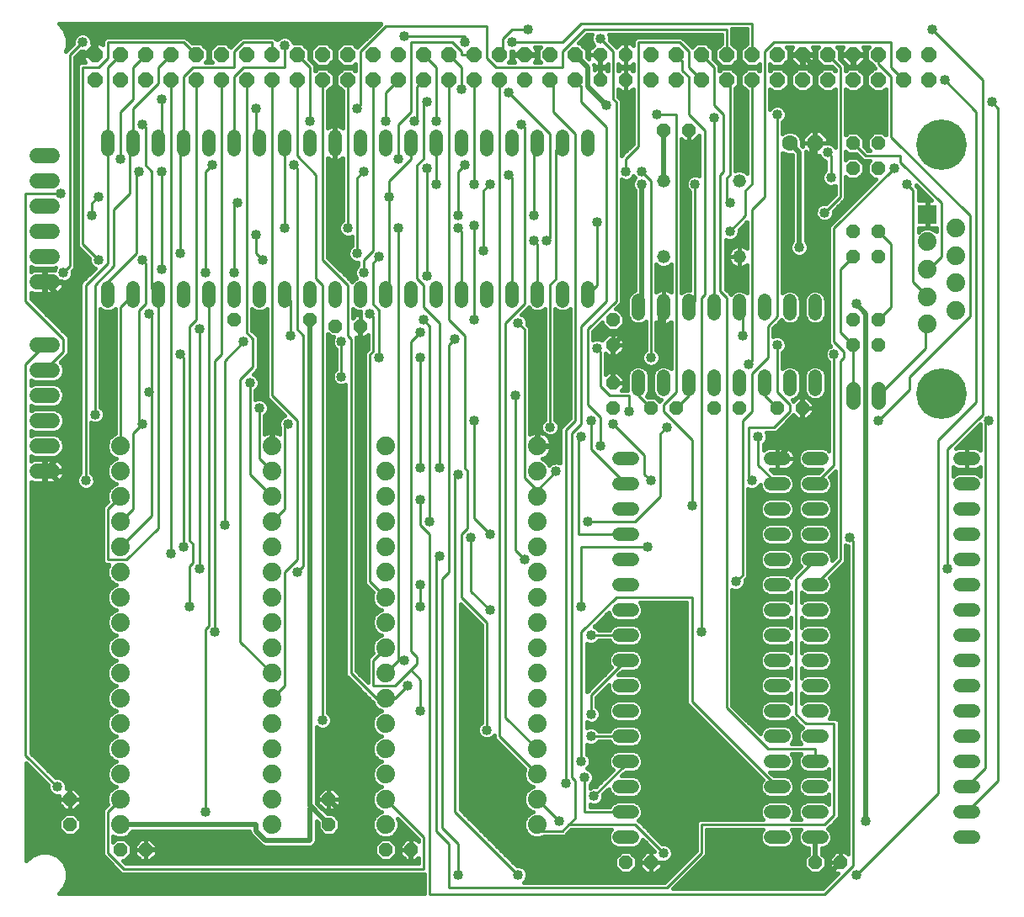
<source format=gbl>
G75*
%MOIN*%
%OFA0B0*%
%FSLAX24Y24*%
%IPPOS*%
%LPD*%
%AMOC8*
5,1,8,0,0,1.08239X$1,22.5*
%
%ADD10OC8,0.0600*%
%ADD11C,0.0520*%
%ADD12C,0.0600*%
%ADD13OC8,0.0520*%
%ADD14R,0.0740X0.0740*%
%ADD15C,0.0740*%
%ADD16C,0.2000*%
%ADD17OC8,0.0560*%
%ADD18C,0.0560*%
%ADD19OC8,0.0630*%
%ADD20C,0.0630*%
%ADD21C,0.0520*%
%ADD22C,0.0200*%
%ADD23C,0.0400*%
%ADD24C,0.0160*%
%ADD25C,0.0100*%
D10*
X003680Y039150D03*
X003680Y040150D03*
X004680Y040150D03*
X004680Y039150D03*
X005680Y039150D03*
X005680Y040150D03*
X006680Y040150D03*
X006680Y039150D03*
X007680Y039150D03*
X007680Y040150D03*
X008680Y040150D03*
X008680Y039150D03*
X009680Y039150D03*
X009680Y040150D03*
X010680Y040150D03*
X010680Y039150D03*
X011680Y039150D03*
X011680Y040150D03*
X012680Y040150D03*
X012680Y039150D03*
X013680Y039150D03*
X013680Y040150D03*
X014680Y040150D03*
X014680Y039150D03*
X015680Y039150D03*
X015680Y040150D03*
X016680Y040150D03*
X016680Y039150D03*
X017680Y039150D03*
X017680Y040150D03*
X018680Y040150D03*
X018680Y039150D03*
X019680Y039150D03*
X019680Y040150D03*
X020680Y040150D03*
X020680Y039150D03*
X021680Y039150D03*
X021680Y040150D03*
X022680Y040150D03*
X022680Y039150D03*
X025680Y039150D03*
X025680Y040150D03*
X026680Y040150D03*
X026680Y039150D03*
X027680Y039150D03*
X027680Y040150D03*
X028680Y040150D03*
X028680Y039150D03*
X029680Y039150D03*
X029680Y040150D03*
X030680Y040150D03*
X030680Y039150D03*
X031680Y039150D03*
X031680Y040150D03*
X032680Y040150D03*
X032680Y039150D03*
X033680Y039150D03*
X033680Y040150D03*
X034680Y040150D03*
X034680Y039150D03*
X035680Y039150D03*
X035680Y040150D03*
X036680Y040150D03*
X036680Y039150D03*
D11*
X032180Y030410D02*
X032180Y029890D01*
X031180Y029890D02*
X031180Y030410D01*
X030180Y030410D02*
X030180Y029890D01*
X029180Y029890D02*
X029180Y030410D01*
X028180Y030410D02*
X028180Y029890D01*
X027180Y029890D02*
X027180Y030410D01*
X026180Y030410D02*
X026180Y029890D01*
X025180Y029890D02*
X025180Y030410D01*
X023180Y030390D02*
X023180Y030910D01*
X022180Y030910D02*
X022180Y030390D01*
X021180Y030390D02*
X021180Y030910D01*
X020180Y030910D02*
X020180Y030390D01*
X019180Y030390D02*
X019180Y030910D01*
X018180Y030910D02*
X018180Y030390D01*
X017180Y030390D02*
X017180Y030910D01*
X016180Y030910D02*
X016180Y030390D01*
X015180Y030390D02*
X015180Y030910D01*
X014180Y030910D02*
X014180Y030390D01*
X013180Y030390D02*
X013180Y030910D01*
X012180Y030910D02*
X012180Y030390D01*
X011180Y030390D02*
X011180Y030910D01*
X010180Y030910D02*
X010180Y030390D01*
X009180Y030390D02*
X009180Y030910D01*
X008180Y030910D02*
X008180Y030390D01*
X007180Y030390D02*
X007180Y030910D01*
X006180Y030910D02*
X006180Y030390D01*
X005180Y030390D02*
X005180Y030910D01*
X004180Y030910D02*
X004180Y030390D01*
X004180Y036390D02*
X004180Y036910D01*
X005180Y036910D02*
X005180Y036390D01*
X006180Y036390D02*
X006180Y036910D01*
X007180Y036910D02*
X007180Y036390D01*
X008180Y036390D02*
X008180Y036910D01*
X009180Y036910D02*
X009180Y036390D01*
X010180Y036390D02*
X010180Y036910D01*
X011180Y036910D02*
X011180Y036390D01*
X012180Y036390D02*
X012180Y036910D01*
X013180Y036910D02*
X013180Y036390D01*
X014180Y036390D02*
X014180Y036910D01*
X015180Y036910D02*
X015180Y036390D01*
X016180Y036390D02*
X016180Y036910D01*
X017180Y036910D02*
X017180Y036390D01*
X018180Y036390D02*
X018180Y036910D01*
X019180Y036910D02*
X019180Y036390D01*
X020180Y036390D02*
X020180Y036910D01*
X021180Y036910D02*
X021180Y036390D01*
X022180Y036390D02*
X022180Y036910D01*
X023180Y036910D02*
X023180Y036390D01*
X025180Y027410D02*
X025180Y026890D01*
X026180Y026890D02*
X026180Y027410D01*
X027180Y027410D02*
X027180Y026890D01*
X028180Y026890D02*
X028180Y027410D01*
X029180Y027410D02*
X029180Y026890D01*
X030180Y026890D02*
X030180Y027410D01*
X031180Y027410D02*
X031180Y026890D01*
X032180Y026890D02*
X032180Y027410D01*
X032440Y024150D02*
X031920Y024150D01*
X030940Y024150D02*
X030420Y024150D01*
X030420Y023150D02*
X030940Y023150D01*
X031920Y023150D02*
X032440Y023150D01*
X032440Y022150D02*
X031920Y022150D01*
X030940Y022150D02*
X030420Y022150D01*
X030420Y021150D02*
X030940Y021150D01*
X031920Y021150D02*
X032440Y021150D01*
X032440Y020150D02*
X031920Y020150D01*
X030940Y020150D02*
X030420Y020150D01*
X030420Y019150D02*
X030940Y019150D01*
X031920Y019150D02*
X032440Y019150D01*
X032440Y018150D02*
X031920Y018150D01*
X030940Y018150D02*
X030420Y018150D01*
X030420Y017150D02*
X030940Y017150D01*
X031920Y017150D02*
X032440Y017150D01*
X032440Y016150D02*
X031920Y016150D01*
X030940Y016150D02*
X030420Y016150D01*
X030420Y015150D02*
X030940Y015150D01*
X031920Y015150D02*
X032440Y015150D01*
X032440Y014150D02*
X031920Y014150D01*
X030940Y014150D02*
X030420Y014150D01*
X030420Y013150D02*
X030940Y013150D01*
X031920Y013150D02*
X032440Y013150D01*
X032440Y012150D02*
X031920Y012150D01*
X030940Y012150D02*
X030420Y012150D01*
X030420Y011150D02*
X030940Y011150D01*
X031920Y011150D02*
X032440Y011150D01*
X032440Y010150D02*
X031920Y010150D01*
X030940Y010150D02*
X030420Y010150D01*
X030420Y009150D02*
X030940Y009150D01*
X031920Y009150D02*
X032440Y009150D01*
X037920Y009150D02*
X038440Y009150D01*
X038440Y010150D02*
X037920Y010150D01*
X037920Y011150D02*
X038440Y011150D01*
X038440Y012150D02*
X037920Y012150D01*
X037920Y013150D02*
X038440Y013150D01*
X038440Y014150D02*
X037920Y014150D01*
X037920Y015150D02*
X038440Y015150D01*
X038440Y016150D02*
X037920Y016150D01*
X037920Y017150D02*
X038440Y017150D01*
X038440Y018150D02*
X037920Y018150D01*
X037920Y019150D02*
X038440Y019150D01*
X038440Y020150D02*
X037920Y020150D01*
X037920Y021150D02*
X038440Y021150D01*
X038440Y022150D02*
X037920Y022150D01*
X037920Y023150D02*
X038440Y023150D01*
X038440Y024150D02*
X037920Y024150D01*
X024940Y024150D02*
X024420Y024150D01*
X024420Y023150D02*
X024940Y023150D01*
X024940Y022150D02*
X024420Y022150D01*
X024420Y021150D02*
X024940Y021150D01*
X024940Y020150D02*
X024420Y020150D01*
X024420Y019150D02*
X024940Y019150D01*
X024940Y018150D02*
X024420Y018150D01*
X024420Y017150D02*
X024940Y017150D01*
X024940Y016150D02*
X024420Y016150D01*
X024420Y015150D02*
X024940Y015150D01*
X024940Y014150D02*
X024420Y014150D01*
X024420Y013150D02*
X024940Y013150D01*
X024940Y012150D02*
X024420Y012150D01*
X024420Y011150D02*
X024940Y011150D01*
X024940Y010150D02*
X024420Y010150D01*
X024420Y009150D02*
X024940Y009150D01*
D12*
X001980Y023650D02*
X001380Y023650D01*
X001380Y024650D02*
X001980Y024650D01*
X001980Y025650D02*
X001380Y025650D01*
X001380Y026650D02*
X001980Y026650D01*
X001980Y027650D02*
X001380Y027650D01*
X001380Y028650D02*
X001980Y028650D01*
X001980Y031150D02*
X001380Y031150D01*
X001380Y032150D02*
X001980Y032150D01*
X001980Y033150D02*
X001380Y033150D01*
X001380Y034150D02*
X001980Y034150D01*
X001980Y035150D02*
X001380Y035150D01*
X001380Y036150D02*
X001980Y036150D01*
D13*
X009180Y029650D03*
X012180Y029650D03*
X013180Y029400D03*
X014180Y029400D03*
X024180Y029650D03*
X024180Y028650D03*
X024180Y027150D03*
X024180Y026150D03*
X025680Y026150D03*
X026680Y026150D03*
X028180Y026150D03*
X029180Y026150D03*
X030680Y026150D03*
X031680Y026150D03*
X027180Y037150D03*
X026180Y037150D03*
X012930Y010650D03*
X012930Y009650D03*
X015180Y008650D03*
X016180Y008650D03*
X024680Y008150D03*
X025680Y008150D03*
X032180Y008150D03*
X033180Y008150D03*
X005680Y008650D03*
X004680Y008650D03*
X002680Y009650D03*
X002680Y010650D03*
D14*
X036621Y033831D03*
D15*
X036621Y032741D03*
X037739Y033284D03*
X037739Y032193D03*
X036621Y031650D03*
X036621Y030559D03*
X037739Y030016D03*
X036621Y029469D03*
X037739Y031107D03*
X021180Y024650D03*
X021180Y023650D03*
X021180Y022650D03*
X021180Y021650D03*
X021180Y020650D03*
X021180Y019650D03*
X021180Y018650D03*
X021180Y017650D03*
X021180Y016650D03*
X021180Y015650D03*
X021180Y014650D03*
X021180Y013650D03*
X021180Y012650D03*
X021180Y011650D03*
X021180Y010650D03*
X021180Y009650D03*
X015180Y009650D03*
X015180Y010650D03*
X015180Y011650D03*
X015180Y012650D03*
X015180Y013650D03*
X015180Y014650D03*
X015180Y015650D03*
X015180Y016650D03*
X015180Y017650D03*
X015180Y018650D03*
X015180Y019650D03*
X015180Y020650D03*
X015180Y021650D03*
X015180Y022650D03*
X015180Y023650D03*
X015180Y024650D03*
X010680Y024650D03*
X010680Y023650D03*
X010680Y022650D03*
X010680Y021650D03*
X010680Y020650D03*
X010680Y019650D03*
X010680Y018650D03*
X010680Y017650D03*
X010680Y016650D03*
X010680Y015650D03*
X010680Y014650D03*
X010680Y013650D03*
X010680Y012650D03*
X010680Y011650D03*
X010680Y010650D03*
X010680Y009650D03*
X004680Y009650D03*
X004680Y010650D03*
X004680Y011650D03*
X004680Y012650D03*
X004680Y013650D03*
X004680Y014650D03*
X004680Y015650D03*
X004680Y016650D03*
X004680Y017650D03*
X004680Y018650D03*
X004680Y019650D03*
X004680Y020650D03*
X004680Y021650D03*
X004680Y022650D03*
X004680Y023650D03*
X004680Y024650D03*
D16*
X037180Y026729D03*
X037180Y036571D03*
D17*
X034680Y036650D03*
X034680Y035650D03*
X033680Y035650D03*
X033680Y036650D03*
X033680Y033150D03*
X034680Y033150D03*
X034680Y032150D03*
X033680Y032150D03*
X033680Y029650D03*
X034680Y029650D03*
X034680Y028650D03*
X033680Y028650D03*
X024680Y039150D03*
X024680Y040150D03*
X023680Y040150D03*
X023680Y039150D03*
D18*
X033680Y026930D02*
X033680Y026370D01*
X034680Y026370D02*
X034680Y026930D01*
D19*
X032180Y036650D03*
D20*
X031180Y036650D03*
D21*
X029180Y035150D03*
X026180Y035150D03*
X026180Y032150D03*
X029180Y032150D03*
D22*
X031555Y032525D02*
X031555Y036275D01*
X031180Y036650D01*
X032055Y036525D02*
X032180Y036650D01*
X032180Y039650D01*
X031680Y040150D01*
X032055Y036525D02*
X032055Y033400D01*
X032055Y032400D01*
X031680Y032025D01*
X031680Y026150D01*
X031680Y025150D01*
X031930Y024900D01*
X031680Y025150D02*
X030680Y024150D01*
X026055Y028900D02*
X026055Y030025D01*
X026180Y030150D01*
X025305Y030275D02*
X025305Y035025D01*
X026180Y035150D02*
X026180Y037150D01*
X023930Y038150D02*
X023180Y038900D01*
X023180Y039650D01*
X022680Y040150D01*
X023680Y040150D02*
X023680Y039150D01*
X024680Y032025D02*
X024680Y029150D01*
X024180Y028650D01*
X024180Y027150D01*
X021180Y026650D02*
X021180Y024650D01*
X025180Y030150D02*
X025305Y030275D01*
X033805Y030275D02*
X034180Y029900D01*
X034180Y009775D01*
X033180Y008150D02*
X032555Y007525D01*
X027180Y007525D01*
X032180Y008150D02*
X032180Y009150D01*
X016180Y008650D02*
X016180Y008150D01*
X015055Y008150D01*
X014680Y008525D01*
X014680Y008650D01*
X005680Y008650D01*
X004680Y009650D02*
X010055Y009650D01*
X010055Y009400D01*
X010430Y009025D01*
X012180Y009025D01*
X012180Y010275D01*
X012243Y010338D01*
X012180Y010400D01*
X012180Y029650D01*
X014180Y029400D02*
X014180Y027150D01*
X014180Y024775D01*
X013680Y031900D02*
X013180Y032400D01*
X013180Y036650D01*
X013180Y040400D01*
X012555Y041025D01*
X003680Y041025D01*
X003680Y040525D01*
X002930Y039775D01*
X002930Y031275D01*
X002243Y030588D01*
X002680Y030150D01*
X002680Y024650D01*
X001680Y023650D01*
X001805Y023650D01*
X002680Y022775D01*
X002680Y010650D01*
X012243Y010338D02*
X012930Y009650D01*
X012930Y010650D02*
X014680Y008900D01*
X014680Y008650D01*
X002243Y030588D02*
X001680Y031150D01*
X003680Y040150D02*
X003680Y040525D01*
D23*
X003180Y040650D03*
X006305Y038400D03*
X005555Y037400D03*
X004680Y036025D03*
X005430Y035525D03*
X006305Y035525D03*
X008305Y035775D03*
X009305Y034275D03*
X010055Y033025D03*
X011180Y033275D03*
X010305Y032025D03*
X009180Y031525D03*
X008055Y031525D03*
X007055Y032275D03*
X006305Y031650D03*
X005555Y032025D03*
X003805Y032025D03*
X002430Y031525D03*
X003555Y033775D03*
X003805Y034525D03*
X002305Y034650D03*
X005805Y029900D03*
X007055Y028275D03*
X007805Y029275D03*
X009555Y028775D03*
X009805Y027150D03*
X010180Y026150D03*
X011305Y025525D03*
X013430Y027400D03*
X014180Y027150D03*
X014930Y028150D03*
X016555Y028150D03*
X016555Y029150D03*
X016680Y029650D03*
X017930Y028900D03*
X018680Y029650D03*
X020430Y029525D03*
X020305Y026650D03*
X021180Y026650D03*
X021680Y025400D03*
X022930Y025025D03*
X023305Y025650D03*
X024180Y025525D03*
X024805Y026025D03*
X023680Y024650D03*
X021930Y023650D03*
X023180Y021650D03*
X025555Y020650D03*
X027305Y022275D03*
X025680Y023275D03*
X026305Y025400D03*
X025680Y028150D03*
X026055Y028900D03*
X023555Y028525D03*
X024680Y032025D03*
X023555Y033525D03*
X024680Y035525D03*
X025305Y035525D03*
X025305Y035025D03*
X027430Y035025D03*
X028805Y034275D03*
X028805Y033150D03*
X031555Y032525D03*
X032055Y033400D03*
X032555Y033900D03*
X032805Y035275D03*
X032680Y036275D03*
X030680Y037775D03*
X028180Y037650D03*
X025930Y037775D03*
X023930Y038150D03*
X023680Y040775D03*
X020805Y041150D03*
X020180Y040650D03*
X018305Y040650D03*
X018180Y038775D03*
X016805Y038275D03*
X017180Y037525D03*
X016305Y037525D03*
X015180Y037525D03*
X014055Y038025D03*
X015680Y036025D03*
X016805Y035650D03*
X017180Y035025D03*
X018305Y035775D03*
X018680Y035025D03*
X019305Y035025D03*
X020055Y035400D03*
X021055Y033775D03*
X021055Y032775D03*
X021555Y032775D03*
X019055Y032400D03*
X018680Y033400D03*
X018055Y033275D03*
X018055Y033775D03*
X015680Y033275D03*
X015305Y034525D03*
X014305Y035525D03*
X013680Y033275D03*
X014055Y032275D03*
X013680Y031900D03*
X014305Y031525D03*
X014930Y032150D03*
X016805Y031400D03*
X014555Y029900D03*
X013430Y028775D03*
X011430Y029025D03*
X014180Y024775D03*
X016555Y023775D03*
X017305Y023775D03*
X018055Y023525D03*
X016555Y022525D03*
X016930Y021650D03*
X017305Y020275D03*
X016555Y019150D03*
X016555Y018275D03*
X015930Y016150D03*
X016055Y015150D03*
X016555Y014150D03*
X019180Y013400D03*
X022305Y011275D03*
X023055Y011525D03*
X022930Y012150D03*
X023305Y013150D03*
X023305Y014025D03*
X023305Y017150D03*
X022930Y018275D03*
X020680Y020150D03*
X019305Y021150D03*
X018555Y021025D03*
X019305Y018150D03*
X012680Y013775D03*
X008430Y017275D03*
X007430Y018275D03*
X007805Y019775D03*
X007180Y020650D03*
X006680Y020400D03*
X008805Y021525D03*
X011680Y019650D03*
X005555Y025525D03*
X005805Y026775D03*
X003680Y025900D03*
X003305Y023275D03*
X002180Y011150D03*
X008055Y010150D03*
X018055Y007650D03*
X020430Y007650D03*
X022055Y009775D03*
X023430Y010775D03*
X026180Y008525D03*
X027180Y007525D03*
X033805Y007650D03*
X034180Y009775D03*
X027680Y017275D03*
X029055Y019275D03*
X029680Y023275D03*
X029930Y025025D03*
X031930Y024900D03*
X034680Y025650D03*
X032930Y028275D03*
X033805Y030275D03*
X030680Y028650D03*
X029555Y027900D03*
X029305Y029025D03*
X035805Y035025D03*
X035305Y035650D03*
X037305Y039150D03*
X039180Y038275D03*
X036805Y041150D03*
X039055Y025650D03*
X033555Y021025D03*
X037430Y019775D03*
X020555Y037400D03*
X020055Y038650D03*
X015930Y040900D03*
X012180Y037525D03*
X011555Y035775D03*
X010055Y038025D03*
X011180Y040525D03*
X018680Y025650D03*
D24*
X002447Y007137D02*
X002240Y006930D01*
X016720Y006930D01*
X016720Y007690D01*
X004718Y007690D01*
X003970Y008438D01*
X003970Y010237D01*
X004093Y010360D01*
X004187Y010454D01*
X004150Y010545D01*
X004150Y010755D01*
X004231Y010950D01*
X004380Y011099D01*
X004502Y011150D01*
X004380Y011201D01*
X004231Y011350D01*
X004150Y011545D01*
X004150Y011755D01*
X004231Y011950D01*
X004380Y012099D01*
X004502Y012150D01*
X004380Y012201D01*
X004231Y012350D01*
X004150Y012545D01*
X004150Y012755D01*
X004231Y012950D01*
X004380Y013099D01*
X004502Y013150D01*
X004380Y013201D01*
X004231Y013350D01*
X004150Y013545D01*
X004150Y013755D01*
X004231Y013950D01*
X004380Y014099D01*
X004502Y014150D01*
X004380Y014201D01*
X004231Y014350D01*
X004150Y014545D01*
X004150Y014755D01*
X004231Y014950D01*
X004380Y015099D01*
X004502Y015150D01*
X004380Y015201D01*
X004231Y015350D01*
X004150Y015545D01*
X004150Y015755D01*
X004231Y015950D01*
X004380Y016099D01*
X004502Y016150D01*
X004380Y016201D01*
X004231Y016350D01*
X004150Y016545D01*
X004150Y016755D01*
X004231Y016950D01*
X004380Y017099D01*
X004502Y017150D01*
X004380Y017201D01*
X004231Y017350D01*
X004150Y017545D01*
X004150Y017755D01*
X004231Y017950D01*
X004380Y018099D01*
X004502Y018150D01*
X004380Y018201D01*
X004231Y018350D01*
X004150Y018545D01*
X004150Y018755D01*
X004231Y018950D01*
X004380Y019099D01*
X004502Y019150D01*
X004380Y019201D01*
X004231Y019350D01*
X004150Y019545D01*
X004150Y019755D01*
X004226Y019940D01*
X004093Y019940D01*
X003970Y020063D01*
X003970Y022237D01*
X004187Y022454D01*
X004150Y022545D01*
X004150Y022755D01*
X004231Y022950D01*
X004380Y023099D01*
X004502Y023150D01*
X004380Y023201D01*
X004231Y023350D01*
X004150Y023545D01*
X004150Y023755D01*
X004231Y023950D01*
X004380Y024099D01*
X004502Y024150D01*
X004380Y024201D01*
X004231Y024350D01*
X004150Y024545D01*
X004150Y024755D01*
X004231Y024950D01*
X004380Y025099D01*
X004470Y025137D01*
X004470Y030086D01*
X004418Y030034D01*
X004264Y029970D01*
X004096Y029970D01*
X003942Y030034D01*
X003890Y030086D01*
X003890Y026199D01*
X003985Y026104D01*
X004040Y025972D01*
X004040Y025828D01*
X003985Y025696D01*
X003884Y025595D01*
X003752Y025540D01*
X003608Y025540D01*
X003515Y025579D01*
X003515Y023574D01*
X003610Y023479D01*
X003665Y023347D01*
X003665Y023203D01*
X003610Y023071D01*
X003509Y022970D01*
X003377Y022915D01*
X003233Y022915D01*
X003101Y022970D01*
X003000Y023071D01*
X002945Y023203D01*
X002945Y023347D01*
X003000Y023479D01*
X003095Y023574D01*
X003095Y031112D01*
X003218Y031235D01*
X003673Y031690D01*
X003601Y031720D01*
X003500Y031821D01*
X003445Y031953D01*
X003445Y032088D01*
X002970Y032563D01*
X002970Y039737D01*
X003093Y039860D01*
X003291Y039860D01*
X003200Y039951D01*
X003200Y040130D01*
X003660Y040130D01*
X003660Y040170D01*
X003660Y040630D01*
X003540Y040630D01*
X003540Y040722D01*
X003485Y040854D01*
X003384Y040955D01*
X003252Y041010D01*
X003108Y041010D01*
X002976Y040955D01*
X002875Y040854D01*
X002820Y040722D01*
X002820Y040587D01*
X002593Y040360D01*
X002502Y040269D01*
X002585Y040470D01*
X002585Y040830D01*
X002447Y041163D01*
X002240Y041370D01*
X014978Y041370D01*
X014970Y041362D01*
X014044Y040436D01*
X013871Y040610D01*
X013489Y040610D01*
X013220Y040341D01*
X013220Y039959D01*
X013489Y039690D01*
X013871Y039690D01*
X013970Y039789D01*
X013970Y039511D01*
X013871Y039610D01*
X013489Y039610D01*
X013220Y039341D01*
X013220Y038959D01*
X013470Y038709D01*
X013470Y037242D01*
X013467Y037246D01*
X013411Y037286D01*
X013349Y037318D01*
X013283Y037339D01*
X013215Y037350D01*
X013180Y037350D01*
X013180Y036650D01*
X013180Y036650D01*
X013180Y035950D01*
X013215Y035950D01*
X013283Y035961D01*
X013349Y035982D01*
X013411Y036014D01*
X013467Y036054D01*
X013470Y036058D01*
X013470Y033574D01*
X013375Y033479D01*
X013320Y033347D01*
X013320Y033203D01*
X013375Y033071D01*
X013476Y032970D01*
X013608Y032915D01*
X013752Y032915D01*
X013845Y032954D01*
X013845Y032574D01*
X013750Y032479D01*
X013695Y032347D01*
X013695Y032203D01*
X013750Y032071D01*
X013851Y031970D01*
X013983Y031915D01*
X014095Y031915D01*
X014095Y031824D01*
X014000Y031729D01*
X013945Y031597D01*
X013945Y031453D01*
X014000Y031321D01*
X014022Y031299D01*
X013942Y031266D01*
X013839Y031163D01*
X013767Y031235D01*
X012890Y032112D01*
X012890Y036058D01*
X012893Y036054D01*
X012949Y036014D01*
X013011Y035982D01*
X013077Y035961D01*
X013145Y035950D01*
X013180Y035950D01*
X013180Y036650D01*
X013180Y036650D01*
X013180Y037350D01*
X013145Y037350D01*
X013077Y037339D01*
X013011Y037318D01*
X012949Y037286D01*
X012893Y037246D01*
X012890Y037242D01*
X012890Y038709D01*
X013140Y038959D01*
X013140Y039341D01*
X012871Y039610D01*
X012489Y039610D01*
X012390Y039511D01*
X012390Y039737D01*
X012267Y039860D01*
X012140Y039987D01*
X012140Y040341D01*
X011871Y040610D01*
X011534Y040610D01*
X011485Y040729D01*
X011384Y040830D01*
X011252Y040885D01*
X011108Y040885D01*
X010976Y040830D01*
X010886Y040741D01*
X010767Y040860D01*
X009468Y040860D01*
X009345Y040737D01*
X009044Y040436D01*
X008871Y040610D01*
X008489Y040610D01*
X008220Y040341D01*
X008220Y039959D01*
X008319Y039860D01*
X008041Y039860D01*
X008140Y039959D01*
X008140Y040341D01*
X007871Y040610D01*
X007517Y040610D01*
X007390Y040737D01*
X007267Y040860D01*
X004093Y040860D01*
X003970Y040737D01*
X003970Y040539D01*
X003879Y040630D01*
X003700Y040630D01*
X003700Y040170D01*
X003660Y040170D01*
X003200Y040170D01*
X003200Y040290D01*
X003117Y040290D01*
X002890Y040063D01*
X002890Y031688D01*
X002790Y031588D01*
X002790Y031453D01*
X002735Y031321D01*
X002634Y031220D01*
X002502Y031165D01*
X002358Y031165D01*
X002346Y031170D01*
X001700Y031170D01*
X001700Y031130D01*
X002460Y031130D01*
X002460Y031112D01*
X002448Y031038D01*
X002425Y030966D01*
X002391Y030898D01*
X002346Y030837D01*
X002293Y030784D01*
X002232Y030739D01*
X002164Y030705D01*
X002092Y030682D01*
X002018Y030670D01*
X001700Y030670D01*
X001700Y031130D01*
X001660Y031130D01*
X001660Y030670D01*
X001342Y030670D01*
X001268Y030682D01*
X001196Y030705D01*
X001140Y030734D01*
X001140Y030487D01*
X002640Y028987D01*
X002640Y028313D01*
X002304Y027977D01*
X002370Y027911D01*
X002440Y027741D01*
X002440Y027558D01*
X002370Y027389D01*
X002241Y027260D01*
X002071Y027190D01*
X001288Y027190D01*
X001140Y027252D01*
X001140Y027048D01*
X001288Y027110D01*
X002071Y027110D01*
X002241Y027040D01*
X002370Y026911D01*
X002440Y026741D01*
X002440Y026558D01*
X002370Y026389D01*
X002241Y026260D01*
X002071Y026190D01*
X001288Y026190D01*
X001140Y026252D01*
X001140Y026048D01*
X001288Y026110D01*
X002071Y026110D01*
X002241Y026040D01*
X002370Y025911D01*
X002440Y025741D01*
X002440Y025558D01*
X002370Y025389D01*
X002241Y025260D01*
X002071Y025190D01*
X001288Y025190D01*
X001140Y025252D01*
X001140Y025048D01*
X001288Y025110D01*
X002071Y025110D01*
X002241Y025040D01*
X002370Y024911D01*
X002440Y024741D01*
X002440Y024558D01*
X002370Y024389D01*
X002241Y024260D01*
X002071Y024190D01*
X001288Y024190D01*
X001140Y024252D01*
X001140Y024066D01*
X001196Y024095D01*
X001268Y024118D01*
X001342Y024130D01*
X001660Y024130D01*
X001660Y023670D01*
X001700Y023670D01*
X001700Y024130D01*
X002018Y024130D01*
X002092Y024118D01*
X002164Y024095D01*
X002232Y024061D01*
X002293Y024016D01*
X002346Y023963D01*
X002391Y023902D01*
X002425Y023834D01*
X002448Y023762D01*
X002460Y023688D01*
X002460Y023670D01*
X001700Y023670D01*
X001700Y023630D01*
X002460Y023630D01*
X002460Y023612D01*
X002448Y023538D01*
X002425Y023466D01*
X002391Y023398D01*
X002346Y023337D01*
X002293Y023284D01*
X002232Y023239D01*
X002164Y023205D01*
X002092Y023182D01*
X002018Y023170D01*
X001700Y023170D01*
X001700Y023630D01*
X001660Y023630D01*
X001660Y023170D01*
X001342Y023170D01*
X001268Y023182D01*
X001196Y023205D01*
X001140Y023234D01*
X001140Y012487D01*
X002117Y011510D01*
X002252Y011510D01*
X002384Y011455D01*
X002485Y011354D01*
X002540Y011222D01*
X002540Y011090D01*
X002680Y011090D01*
X002680Y010650D01*
X002680Y010650D01*
X003120Y010650D01*
X003120Y010832D01*
X002862Y011090D01*
X002680Y011090D01*
X002680Y010650D01*
X002680Y010650D01*
X003120Y010650D01*
X003120Y010468D01*
X002862Y010210D01*
X002680Y010210D01*
X002680Y010650D01*
X002680Y010650D01*
X002680Y010650D01*
X002240Y010650D01*
X002240Y010790D01*
X002108Y010790D01*
X001976Y010845D01*
X001875Y010946D01*
X001820Y011078D01*
X001820Y011213D01*
X000960Y012073D01*
X000960Y008210D01*
X001167Y008417D01*
X001500Y008555D01*
X001860Y008555D01*
X002193Y008417D01*
X002447Y008163D01*
X002585Y007830D01*
X002585Y007470D01*
X002447Y007137D01*
X002473Y007199D02*
X016720Y007199D01*
X016720Y007357D02*
X002538Y007357D01*
X002585Y007516D02*
X016720Y007516D01*
X016720Y007674D02*
X002585Y007674D01*
X002584Y007833D02*
X004575Y007833D01*
X004417Y007991D02*
X002518Y007991D01*
X002452Y008150D02*
X004258Y008150D01*
X004100Y008309D02*
X002301Y008309D01*
X002072Y008467D02*
X003970Y008467D01*
X003970Y008626D02*
X000960Y008626D01*
X000960Y008784D02*
X003970Y008784D01*
X003970Y008943D02*
X000960Y008943D01*
X000960Y009101D02*
X003970Y009101D01*
X003970Y009260D02*
X002883Y009260D01*
X002854Y009230D02*
X003100Y009476D01*
X003100Y009824D01*
X002854Y010070D01*
X002506Y010070D01*
X002260Y009824D01*
X002260Y009476D01*
X002506Y009230D01*
X002854Y009230D01*
X003042Y009418D02*
X003970Y009418D01*
X003970Y009577D02*
X003100Y009577D01*
X003100Y009735D02*
X003970Y009735D01*
X003970Y009894D02*
X003030Y009894D01*
X002872Y010052D02*
X003970Y010052D01*
X003970Y010211D02*
X002863Y010211D01*
X002680Y010211D02*
X002680Y010211D01*
X002680Y010210D02*
X002680Y010650D01*
X002240Y010650D01*
X002240Y010468D01*
X002498Y010210D01*
X002680Y010210D01*
X002680Y010369D02*
X002680Y010369D01*
X002680Y010528D02*
X002680Y010528D01*
X002680Y010686D02*
X002680Y010686D01*
X002680Y010845D02*
X002680Y010845D01*
X002680Y011003D02*
X002680Y011003D01*
X002540Y011162D02*
X004474Y011162D01*
X004283Y011003D02*
X002949Y011003D01*
X003108Y010845D02*
X004187Y010845D01*
X004150Y010686D02*
X003120Y010686D01*
X003120Y010528D02*
X004157Y010528D01*
X004102Y010369D02*
X003021Y010369D01*
X002497Y010211D02*
X000960Y010211D01*
X000960Y010369D02*
X002339Y010369D01*
X002240Y010528D02*
X000960Y010528D01*
X000960Y010686D02*
X002240Y010686D01*
X001977Y010845D02*
X000960Y010845D01*
X000960Y011003D02*
X001851Y011003D01*
X001820Y011162D02*
X000960Y011162D01*
X000960Y011320D02*
X001713Y011320D01*
X001555Y011479D02*
X000960Y011479D01*
X000960Y011637D02*
X001396Y011637D01*
X001238Y011796D02*
X000960Y011796D01*
X000960Y011954D02*
X001079Y011954D01*
X001356Y012271D02*
X004309Y012271D01*
X004412Y012113D02*
X001514Y012113D01*
X001673Y011954D02*
X004234Y011954D01*
X004167Y011796D02*
X001831Y011796D01*
X001990Y011637D02*
X004150Y011637D01*
X004177Y011479D02*
X002328Y011479D01*
X002499Y011320D02*
X004260Y011320D01*
X004198Y012430D02*
X001197Y012430D01*
X001140Y012588D02*
X004150Y012588D01*
X004150Y012747D02*
X001140Y012747D01*
X001140Y012905D02*
X004212Y012905D01*
X004344Y013064D02*
X001140Y013064D01*
X001140Y013222D02*
X004358Y013222D01*
X004218Y013381D02*
X001140Y013381D01*
X001140Y013539D02*
X004152Y013539D01*
X004150Y013698D02*
X001140Y013698D01*
X001140Y013856D02*
X004192Y013856D01*
X004295Y014015D02*
X001140Y014015D01*
X001140Y014173D02*
X004447Y014173D01*
X004249Y014332D02*
X001140Y014332D01*
X001140Y014490D02*
X004173Y014490D01*
X004150Y014649D02*
X001140Y014649D01*
X001140Y014807D02*
X004171Y014807D01*
X004246Y014966D02*
X001140Y014966D01*
X001140Y015124D02*
X004439Y015124D01*
X004298Y015283D02*
X001140Y015283D01*
X001140Y015441D02*
X004193Y015441D01*
X004150Y015600D02*
X001140Y015600D01*
X001140Y015758D02*
X004151Y015758D01*
X004217Y015917D02*
X001140Y015917D01*
X001140Y016075D02*
X004355Y016075D01*
X004347Y016234D02*
X001140Y016234D01*
X001140Y016392D02*
X004213Y016392D01*
X004150Y016551D02*
X001140Y016551D01*
X001140Y016709D02*
X004150Y016709D01*
X004196Y016868D02*
X001140Y016868D01*
X001140Y017026D02*
X004306Y017026D01*
X004419Y017185D02*
X001140Y017185D01*
X001140Y017343D02*
X004237Y017343D01*
X004168Y017502D02*
X001140Y017502D01*
X001140Y017660D02*
X004150Y017660D01*
X004176Y017819D02*
X001140Y017819D01*
X001140Y017977D02*
X004257Y017977D01*
X004467Y018136D02*
X001140Y018136D01*
X001140Y018294D02*
X004286Y018294D01*
X004188Y018453D02*
X001140Y018453D01*
X001140Y018611D02*
X004150Y018611D01*
X004156Y018770D02*
X001140Y018770D01*
X001140Y018928D02*
X004221Y018928D01*
X004367Y019087D02*
X001140Y019087D01*
X001140Y019245D02*
X004335Y019245D01*
X004208Y019404D02*
X001140Y019404D01*
X001140Y019562D02*
X004150Y019562D01*
X004150Y019721D02*
X001140Y019721D01*
X001140Y019879D02*
X004201Y019879D01*
X003995Y020038D02*
X001140Y020038D01*
X001140Y020196D02*
X003970Y020196D01*
X003970Y020355D02*
X001140Y020355D01*
X001140Y020513D02*
X003970Y020513D01*
X003970Y020672D02*
X001140Y020672D01*
X001140Y020830D02*
X003970Y020830D01*
X003970Y020989D02*
X001140Y020989D01*
X001140Y021147D02*
X003970Y021147D01*
X003970Y021306D02*
X001140Y021306D01*
X001140Y021464D02*
X003970Y021464D01*
X003970Y021623D02*
X001140Y021623D01*
X001140Y021781D02*
X003970Y021781D01*
X003970Y021940D02*
X001140Y021940D01*
X001140Y022098D02*
X003970Y022098D01*
X003990Y022257D02*
X001140Y022257D01*
X001140Y022415D02*
X004148Y022415D01*
X004150Y022574D02*
X001140Y022574D01*
X001140Y022732D02*
X004150Y022732D01*
X004206Y022891D02*
X001140Y022891D01*
X001140Y023049D02*
X003022Y023049D01*
X002945Y023208D02*
X002169Y023208D01*
X002367Y023366D02*
X002953Y023366D01*
X003045Y023525D02*
X002444Y023525D01*
X002460Y023683D02*
X003095Y023683D01*
X003095Y023842D02*
X002421Y023842D01*
X002309Y024000D02*
X003095Y024000D01*
X003095Y024159D02*
X001140Y024159D01*
X001660Y024000D02*
X001700Y024000D01*
X001700Y023842D02*
X001660Y023842D01*
X001660Y023683D02*
X001700Y023683D01*
X001700Y023525D02*
X001660Y023525D01*
X001660Y023366D02*
X001700Y023366D01*
X001700Y023208D02*
X001660Y023208D01*
X001191Y023208D02*
X001140Y023208D01*
X002298Y024317D02*
X003095Y024317D01*
X003095Y024476D02*
X002406Y024476D01*
X002440Y024634D02*
X003095Y024634D01*
X003095Y024793D02*
X002419Y024793D01*
X002330Y024951D02*
X003095Y024951D01*
X003095Y025110D02*
X002073Y025110D01*
X002249Y025268D02*
X003095Y025268D01*
X003095Y025427D02*
X002385Y025427D01*
X002440Y025585D02*
X003095Y025585D01*
X003095Y025744D02*
X002439Y025744D01*
X002374Y025902D02*
X003095Y025902D01*
X003095Y026061D02*
X002191Y026061D01*
X002142Y026219D02*
X003095Y026219D01*
X003095Y026378D02*
X002358Y026378D01*
X002431Y026536D02*
X003095Y026536D01*
X003095Y026695D02*
X002440Y026695D01*
X002394Y026853D02*
X003095Y026853D01*
X003095Y027012D02*
X002269Y027012D01*
X002309Y027329D02*
X003095Y027329D01*
X003095Y027487D02*
X002410Y027487D01*
X002440Y027646D02*
X003095Y027646D01*
X003095Y027804D02*
X002414Y027804D01*
X002318Y027963D02*
X003095Y027963D01*
X003095Y028121D02*
X002448Y028121D01*
X002607Y028280D02*
X003095Y028280D01*
X003095Y028438D02*
X002640Y028438D01*
X002640Y028597D02*
X003095Y028597D01*
X003095Y028755D02*
X002640Y028755D01*
X002640Y028914D02*
X003095Y028914D01*
X003095Y029072D02*
X002555Y029072D01*
X002396Y029231D02*
X003095Y029231D01*
X003095Y029389D02*
X002238Y029389D01*
X002079Y029548D02*
X003095Y029548D01*
X003095Y029706D02*
X001921Y029706D01*
X001762Y029865D02*
X003095Y029865D01*
X003095Y030023D02*
X001604Y030023D01*
X001445Y030182D02*
X003095Y030182D01*
X003095Y030340D02*
X001287Y030340D01*
X001140Y030499D02*
X003095Y030499D01*
X003095Y030657D02*
X001140Y030657D01*
X001660Y030816D02*
X001700Y030816D01*
X001700Y030974D02*
X001660Y030974D01*
X001700Y031133D02*
X003116Y031133D01*
X003095Y030974D02*
X002428Y030974D01*
X002324Y030816D02*
X003095Y030816D01*
X003274Y031291D02*
X002705Y031291D01*
X002788Y031450D02*
X003433Y031450D01*
X003591Y031608D02*
X002810Y031608D01*
X002890Y031767D02*
X003554Y031767D01*
X003457Y031925D02*
X002890Y031925D01*
X002890Y032084D02*
X003445Y032084D01*
X003291Y032242D02*
X002890Y032242D01*
X002890Y032401D02*
X003132Y032401D01*
X002974Y032559D02*
X002890Y032559D01*
X002890Y032718D02*
X002970Y032718D01*
X002970Y032876D02*
X002890Y032876D01*
X002890Y033035D02*
X002970Y033035D01*
X002970Y033193D02*
X002890Y033193D01*
X002890Y033352D02*
X002970Y033352D01*
X002970Y033510D02*
X002890Y033510D01*
X002890Y033669D02*
X002970Y033669D01*
X002970Y033827D02*
X002890Y033827D01*
X002890Y033986D02*
X002970Y033986D01*
X002970Y034144D02*
X002890Y034144D01*
X002890Y034303D02*
X002970Y034303D01*
X002970Y034461D02*
X002890Y034461D01*
X002890Y034620D02*
X002970Y034620D01*
X002970Y034778D02*
X002890Y034778D01*
X002890Y034937D02*
X002970Y034937D01*
X002970Y035095D02*
X002890Y035095D01*
X002890Y035254D02*
X002970Y035254D01*
X002970Y035412D02*
X002890Y035412D01*
X002890Y035571D02*
X002970Y035571D01*
X002970Y035729D02*
X002890Y035729D01*
X002890Y035888D02*
X002970Y035888D01*
X002970Y036046D02*
X002890Y036046D01*
X002890Y036205D02*
X002970Y036205D01*
X002970Y036363D02*
X002890Y036363D01*
X002890Y036522D02*
X002970Y036522D01*
X002970Y036680D02*
X002890Y036680D01*
X002890Y036839D02*
X002970Y036839D01*
X002970Y036997D02*
X002890Y036997D01*
X002890Y037156D02*
X002970Y037156D01*
X002970Y037314D02*
X002890Y037314D01*
X002890Y037473D02*
X002970Y037473D01*
X002970Y037631D02*
X002890Y037631D01*
X002890Y037790D02*
X002970Y037790D01*
X002970Y037948D02*
X002890Y037948D01*
X002890Y038107D02*
X002970Y038107D01*
X002970Y038265D02*
X002890Y038265D01*
X002890Y038424D02*
X002970Y038424D01*
X002970Y038582D02*
X002890Y038582D01*
X002890Y038741D02*
X002970Y038741D01*
X002970Y038899D02*
X002890Y038899D01*
X002890Y039058D02*
X002970Y039058D01*
X002970Y039216D02*
X002890Y039216D01*
X002890Y039375D02*
X002970Y039375D01*
X002970Y039533D02*
X002890Y039533D01*
X002890Y039692D02*
X002970Y039692D01*
X002890Y039850D02*
X003083Y039850D01*
X003200Y040009D02*
X002890Y040009D01*
X002994Y040167D02*
X003660Y040167D01*
X003660Y040326D02*
X003700Y040326D01*
X003700Y040484D02*
X003660Y040484D01*
X003540Y040643D02*
X003970Y040643D01*
X004034Y040801D02*
X003507Y040801D01*
X003373Y040960D02*
X014568Y040960D01*
X014726Y041118D02*
X002466Y041118D01*
X002531Y040960D02*
X002987Y040960D01*
X002853Y040801D02*
X002585Y040801D01*
X002585Y040643D02*
X002820Y040643D01*
X002717Y040484D02*
X002585Y040484D01*
X002559Y040326D02*
X002525Y040326D01*
X002333Y041277D02*
X014885Y041277D01*
X014409Y040801D02*
X011413Y040801D01*
X011521Y040643D02*
X014251Y040643D01*
X014092Y040484D02*
X013996Y040484D01*
X013364Y040484D02*
X012996Y040484D01*
X012871Y040610D02*
X012489Y040610D01*
X012220Y040341D01*
X012220Y039959D01*
X012489Y039690D01*
X012871Y039690D01*
X013140Y039959D01*
X013140Y040341D01*
X012871Y040610D01*
X013140Y040326D02*
X013220Y040326D01*
X013220Y040167D02*
X013140Y040167D01*
X013140Y040009D02*
X013220Y040009D01*
X013329Y039850D02*
X013031Y039850D01*
X012872Y039692D02*
X013488Y039692D01*
X013413Y039533D02*
X012947Y039533D01*
X013106Y039375D02*
X013254Y039375D01*
X013220Y039216D02*
X013140Y039216D01*
X013140Y039058D02*
X013220Y039058D01*
X013280Y038899D02*
X013080Y038899D01*
X012921Y038741D02*
X013439Y038741D01*
X013470Y038582D02*
X012890Y038582D01*
X012890Y038424D02*
X013470Y038424D01*
X013470Y038265D02*
X012890Y038265D01*
X012890Y038107D02*
X013470Y038107D01*
X013470Y037948D02*
X012890Y037948D01*
X012890Y037790D02*
X013470Y037790D01*
X013470Y037631D02*
X012890Y037631D01*
X012890Y037473D02*
X013470Y037473D01*
X013470Y037314D02*
X013356Y037314D01*
X013180Y037314D02*
X013180Y037314D01*
X013180Y037156D02*
X013180Y037156D01*
X013180Y036997D02*
X013180Y036997D01*
X013180Y036839D02*
X013180Y036839D01*
X013180Y036680D02*
X013180Y036680D01*
X013180Y036522D02*
X013180Y036522D01*
X013180Y036363D02*
X013180Y036363D01*
X013180Y036205D02*
X013180Y036205D01*
X013180Y036046D02*
X013180Y036046D01*
X013455Y036046D02*
X013470Y036046D01*
X013470Y035888D02*
X012890Y035888D01*
X012890Y036046D02*
X012905Y036046D01*
X012890Y035729D02*
X013470Y035729D01*
X013470Y035571D02*
X012890Y035571D01*
X012890Y035412D02*
X013470Y035412D01*
X013470Y035254D02*
X012890Y035254D01*
X012890Y035095D02*
X013470Y035095D01*
X013470Y034937D02*
X012890Y034937D01*
X012890Y034778D02*
X013470Y034778D01*
X013470Y034620D02*
X012890Y034620D01*
X012890Y034461D02*
X013470Y034461D01*
X013470Y034303D02*
X012890Y034303D01*
X012890Y034144D02*
X013470Y034144D01*
X013470Y033986D02*
X012890Y033986D01*
X012890Y033827D02*
X013470Y033827D01*
X013470Y033669D02*
X012890Y033669D01*
X012890Y033510D02*
X013406Y033510D01*
X013322Y033352D02*
X012890Y033352D01*
X012890Y033193D02*
X013324Y033193D01*
X013411Y033035D02*
X012890Y033035D01*
X012890Y032876D02*
X013845Y032876D01*
X013845Y032718D02*
X012890Y032718D01*
X012890Y032559D02*
X013830Y032559D01*
X013717Y032401D02*
X012890Y032401D01*
X012890Y032242D02*
X013695Y032242D01*
X013745Y032084D02*
X012918Y032084D01*
X013077Y031925D02*
X013959Y031925D01*
X014037Y031767D02*
X013235Y031767D01*
X013394Y031608D02*
X013950Y031608D01*
X013947Y031450D02*
X013552Y031450D01*
X013711Y031291D02*
X014002Y031291D01*
X013890Y030086D02*
X013942Y030034D01*
X014096Y029970D01*
X014195Y029970D01*
X014195Y029840D01*
X014180Y029840D01*
X014180Y029400D01*
X014180Y029400D01*
X014180Y029840D01*
X013998Y029840D01*
X013890Y029732D01*
X013890Y030086D01*
X013890Y030023D02*
X013968Y030023D01*
X013890Y029865D02*
X014195Y029865D01*
X014180Y029706D02*
X014180Y029706D01*
X014180Y029548D02*
X014180Y029548D01*
X014180Y029400D02*
X014180Y028960D01*
X014362Y028960D01*
X014470Y029068D01*
X014470Y028487D01*
X014468Y028485D01*
X014345Y028362D01*
X014345Y019188D01*
X014687Y018846D01*
X014650Y018755D01*
X014650Y018545D01*
X014731Y018350D01*
X014880Y018201D01*
X015002Y018150D01*
X014880Y018099D01*
X014731Y017950D01*
X014650Y017755D01*
X014650Y017545D01*
X014731Y017350D01*
X014880Y017201D01*
X015002Y017150D01*
X014880Y017099D01*
X014731Y016950D01*
X014650Y016755D01*
X014650Y016545D01*
X014687Y016454D01*
X014470Y016237D01*
X014470Y015282D01*
X014015Y015737D01*
X014015Y028960D01*
X014180Y028960D01*
X014180Y029400D01*
X014180Y029400D01*
X014180Y029389D02*
X014180Y029389D01*
X014180Y029231D02*
X014180Y029231D01*
X014180Y029072D02*
X014180Y029072D01*
X014015Y028914D02*
X014470Y028914D01*
X014470Y028755D02*
X014015Y028755D01*
X014015Y028597D02*
X014470Y028597D01*
X014421Y028438D02*
X014015Y028438D01*
X014015Y028280D02*
X014345Y028280D01*
X014345Y028121D02*
X014015Y028121D01*
X014015Y027963D02*
X014345Y027963D01*
X014345Y027804D02*
X014015Y027804D01*
X014015Y027646D02*
X014345Y027646D01*
X014345Y027487D02*
X014015Y027487D01*
X014015Y027329D02*
X014345Y027329D01*
X014345Y027170D02*
X014015Y027170D01*
X014015Y027012D02*
X014345Y027012D01*
X014345Y026853D02*
X014015Y026853D01*
X014015Y026695D02*
X014345Y026695D01*
X014345Y026536D02*
X014015Y026536D01*
X014015Y026378D02*
X014345Y026378D01*
X014345Y026219D02*
X014015Y026219D01*
X014015Y026061D02*
X014345Y026061D01*
X014345Y025902D02*
X014015Y025902D01*
X014015Y025744D02*
X014345Y025744D01*
X014345Y025585D02*
X014015Y025585D01*
X014015Y025427D02*
X014345Y025427D01*
X014345Y025268D02*
X014015Y025268D01*
X014015Y025110D02*
X014345Y025110D01*
X014345Y024951D02*
X014015Y024951D01*
X014015Y024793D02*
X014345Y024793D01*
X014345Y024634D02*
X014015Y024634D01*
X014015Y024476D02*
X014345Y024476D01*
X014345Y024317D02*
X014015Y024317D01*
X014015Y024159D02*
X014345Y024159D01*
X014345Y024000D02*
X014015Y024000D01*
X014015Y023842D02*
X014345Y023842D01*
X014345Y023683D02*
X014015Y023683D01*
X014015Y023525D02*
X014345Y023525D01*
X014345Y023366D02*
X014015Y023366D01*
X014015Y023208D02*
X014345Y023208D01*
X014345Y023049D02*
X014015Y023049D01*
X014015Y022891D02*
X014345Y022891D01*
X014345Y022732D02*
X014015Y022732D01*
X014015Y022574D02*
X014345Y022574D01*
X014345Y022415D02*
X014015Y022415D01*
X014015Y022257D02*
X014345Y022257D01*
X014345Y022098D02*
X014015Y022098D01*
X014015Y021940D02*
X014345Y021940D01*
X014345Y021781D02*
X014015Y021781D01*
X014015Y021623D02*
X014345Y021623D01*
X014345Y021464D02*
X014015Y021464D01*
X014015Y021306D02*
X014345Y021306D01*
X014345Y021147D02*
X014015Y021147D01*
X014015Y020989D02*
X014345Y020989D01*
X014345Y020830D02*
X014015Y020830D01*
X014015Y020672D02*
X014345Y020672D01*
X014345Y020513D02*
X014015Y020513D01*
X014015Y020355D02*
X014345Y020355D01*
X014345Y020196D02*
X014015Y020196D01*
X014015Y020038D02*
X014345Y020038D01*
X014345Y019879D02*
X014015Y019879D01*
X014015Y019721D02*
X014345Y019721D01*
X014345Y019562D02*
X014015Y019562D01*
X014015Y019404D02*
X014345Y019404D01*
X014345Y019245D02*
X014015Y019245D01*
X014015Y019087D02*
X014446Y019087D01*
X014605Y018928D02*
X014015Y018928D01*
X014015Y018770D02*
X014656Y018770D01*
X014650Y018611D02*
X014015Y018611D01*
X014015Y018453D02*
X014688Y018453D01*
X014786Y018294D02*
X014015Y018294D01*
X014015Y018136D02*
X014967Y018136D01*
X014757Y017977D02*
X014015Y017977D01*
X014015Y017819D02*
X014676Y017819D01*
X014650Y017660D02*
X014015Y017660D01*
X014015Y017502D02*
X014668Y017502D01*
X014737Y017343D02*
X014015Y017343D01*
X014015Y017185D02*
X014919Y017185D01*
X014806Y017026D02*
X014015Y017026D01*
X014015Y016868D02*
X014696Y016868D01*
X014650Y016709D02*
X014015Y016709D01*
X014015Y016551D02*
X014650Y016551D01*
X014625Y016392D02*
X014015Y016392D01*
X014015Y016234D02*
X014470Y016234D01*
X014470Y016075D02*
X014015Y016075D01*
X014015Y015917D02*
X014470Y015917D01*
X014470Y015758D02*
X014015Y015758D01*
X014152Y015600D02*
X014470Y015600D01*
X014470Y015441D02*
X014311Y015441D01*
X014469Y015283D02*
X014470Y015283D01*
X014193Y014966D02*
X012890Y014966D01*
X012890Y015124D02*
X014034Y015124D01*
X013876Y015283D02*
X012890Y015283D01*
X012890Y015441D02*
X013717Y015441D01*
X013718Y015440D02*
X013718Y015440D01*
X013595Y015563D01*
X013595Y027079D01*
X013502Y027040D01*
X013358Y027040D01*
X013226Y027095D01*
X013125Y027196D01*
X013070Y027328D01*
X013070Y027472D01*
X013125Y027604D01*
X013220Y027699D01*
X013220Y028476D01*
X013125Y028571D01*
X013070Y028703D01*
X013070Y028847D01*
X013125Y028979D01*
X013126Y028980D01*
X013006Y028980D01*
X012890Y029096D01*
X012890Y014074D01*
X012985Y013979D01*
X013040Y013847D01*
X013040Y013703D01*
X012985Y013571D01*
X012884Y013470D01*
X012752Y013415D01*
X012608Y013415D01*
X012476Y013470D01*
X012440Y013506D01*
X012440Y010508D01*
X012463Y010485D01*
X012463Y010485D01*
X012878Y010070D01*
X013104Y010070D01*
X013350Y009824D01*
X013350Y009476D01*
X013104Y009230D01*
X012756Y009230D01*
X012510Y009476D01*
X012510Y009702D01*
X012440Y009772D01*
X012440Y008973D01*
X012400Y008878D01*
X012327Y008805D01*
X012232Y008765D01*
X010378Y008765D01*
X010283Y008805D01*
X010210Y008878D01*
X009835Y009253D01*
X009795Y009348D01*
X009795Y009390D01*
X005146Y009390D01*
X005129Y009350D01*
X004980Y009201D01*
X004785Y009120D01*
X004575Y009120D01*
X004390Y009196D01*
X004390Y008954D01*
X004506Y009070D01*
X004854Y009070D01*
X005100Y008824D01*
X005100Y008476D01*
X004854Y008230D01*
X004772Y008230D01*
X004892Y008110D01*
X016470Y008110D01*
X016470Y008318D01*
X016362Y008210D01*
X016180Y008210D01*
X016180Y008650D01*
X016180Y008650D01*
X016180Y009090D01*
X016362Y009090D01*
X016470Y008982D01*
X016470Y009063D01*
X015662Y009871D01*
X015710Y009755D01*
X015710Y009545D01*
X015629Y009350D01*
X015480Y009201D01*
X015285Y009120D01*
X015075Y009120D01*
X014880Y009201D01*
X014731Y009350D01*
X014650Y009545D01*
X014650Y009755D01*
X014731Y009950D01*
X014880Y010099D01*
X015002Y010150D01*
X014880Y010201D01*
X014731Y010350D01*
X014650Y010545D01*
X014650Y010755D01*
X014731Y010950D01*
X014880Y011099D01*
X015002Y011150D01*
X014880Y011201D01*
X014731Y011350D01*
X014650Y011545D01*
X014650Y011755D01*
X014731Y011950D01*
X014880Y012099D01*
X015002Y012150D01*
X014880Y012201D01*
X014731Y012350D01*
X014650Y012545D01*
X014650Y012755D01*
X014731Y012950D01*
X014880Y013099D01*
X015002Y013150D01*
X014880Y013201D01*
X014731Y013350D01*
X014650Y013545D01*
X014650Y013755D01*
X014731Y013950D01*
X014880Y014099D01*
X015002Y014150D01*
X014880Y014201D01*
X014731Y014350D01*
X014676Y014482D01*
X014595Y014563D01*
X014595Y014563D01*
X013718Y015440D01*
X013595Y015600D02*
X012890Y015600D01*
X012890Y015758D02*
X013595Y015758D01*
X013595Y015917D02*
X012890Y015917D01*
X012890Y016075D02*
X013595Y016075D01*
X013595Y016234D02*
X012890Y016234D01*
X012890Y016392D02*
X013595Y016392D01*
X013595Y016551D02*
X012890Y016551D01*
X012890Y016709D02*
X013595Y016709D01*
X013595Y016868D02*
X012890Y016868D01*
X012890Y017026D02*
X013595Y017026D01*
X013595Y017185D02*
X012890Y017185D01*
X012890Y017343D02*
X013595Y017343D01*
X013595Y017502D02*
X012890Y017502D01*
X012890Y017660D02*
X013595Y017660D01*
X013595Y017819D02*
X012890Y017819D01*
X012890Y017977D02*
X013595Y017977D01*
X013595Y018136D02*
X012890Y018136D01*
X012890Y018294D02*
X013595Y018294D01*
X013595Y018453D02*
X012890Y018453D01*
X012890Y018611D02*
X013595Y018611D01*
X013595Y018770D02*
X012890Y018770D01*
X012890Y018928D02*
X013595Y018928D01*
X013595Y019087D02*
X012890Y019087D01*
X012890Y019245D02*
X013595Y019245D01*
X013595Y019404D02*
X012890Y019404D01*
X012890Y019562D02*
X013595Y019562D01*
X013595Y019721D02*
X012890Y019721D01*
X012890Y019879D02*
X013595Y019879D01*
X013595Y020038D02*
X012890Y020038D01*
X012890Y020196D02*
X013595Y020196D01*
X013595Y020355D02*
X012890Y020355D01*
X012890Y020513D02*
X013595Y020513D01*
X013595Y020672D02*
X012890Y020672D01*
X012890Y020830D02*
X013595Y020830D01*
X013595Y020989D02*
X012890Y020989D01*
X012890Y021147D02*
X013595Y021147D01*
X013595Y021306D02*
X012890Y021306D01*
X012890Y021464D02*
X013595Y021464D01*
X013595Y021623D02*
X012890Y021623D01*
X012890Y021781D02*
X013595Y021781D01*
X013595Y021940D02*
X012890Y021940D01*
X012890Y022098D02*
X013595Y022098D01*
X013595Y022257D02*
X012890Y022257D01*
X012890Y022415D02*
X013595Y022415D01*
X013595Y022574D02*
X012890Y022574D01*
X012890Y022732D02*
X013595Y022732D01*
X013595Y022891D02*
X012890Y022891D01*
X012890Y023049D02*
X013595Y023049D01*
X013595Y023208D02*
X012890Y023208D01*
X012890Y023366D02*
X013595Y023366D01*
X013595Y023525D02*
X012890Y023525D01*
X012890Y023683D02*
X013595Y023683D01*
X013595Y023842D02*
X012890Y023842D01*
X012890Y024000D02*
X013595Y024000D01*
X013595Y024159D02*
X012890Y024159D01*
X012890Y024317D02*
X013595Y024317D01*
X013595Y024476D02*
X012890Y024476D01*
X012890Y024634D02*
X013595Y024634D01*
X013595Y024793D02*
X012890Y024793D01*
X012890Y024951D02*
X013595Y024951D01*
X013595Y025110D02*
X012890Y025110D01*
X012890Y025268D02*
X013595Y025268D01*
X013595Y025427D02*
X012890Y025427D01*
X012890Y025585D02*
X013595Y025585D01*
X013595Y025744D02*
X012890Y025744D01*
X012890Y025902D02*
X013595Y025902D01*
X013595Y026061D02*
X012890Y026061D01*
X012890Y026219D02*
X013595Y026219D01*
X013595Y026378D02*
X012890Y026378D01*
X012890Y026536D02*
X013595Y026536D01*
X013595Y026695D02*
X012890Y026695D01*
X012890Y026853D02*
X013595Y026853D01*
X013595Y027012D02*
X012890Y027012D01*
X012890Y027170D02*
X013151Y027170D01*
X013070Y027329D02*
X012890Y027329D01*
X012890Y027487D02*
X013076Y027487D01*
X013166Y027646D02*
X012890Y027646D01*
X012890Y027804D02*
X013220Y027804D01*
X013220Y027963D02*
X012890Y027963D01*
X012890Y028121D02*
X013220Y028121D01*
X013220Y028280D02*
X012890Y028280D01*
X012890Y028438D02*
X013220Y028438D01*
X013114Y028597D02*
X012890Y028597D01*
X012890Y028755D02*
X013070Y028755D01*
X013098Y028914D02*
X012890Y028914D01*
X012890Y029072D02*
X012914Y029072D01*
X010470Y029072D02*
X010055Y029072D01*
X010017Y029110D02*
X009890Y029237D01*
X009890Y030086D01*
X009942Y030034D01*
X010096Y029970D01*
X010264Y029970D01*
X010418Y030034D01*
X010470Y030086D01*
X010470Y026563D01*
X011173Y025860D01*
X011101Y025830D01*
X011000Y025729D01*
X010945Y025597D01*
X010945Y025453D01*
X010970Y025393D01*
X010970Y025119D01*
X010968Y025120D01*
X010891Y025160D01*
X010809Y025186D01*
X010723Y025200D01*
X010700Y025200D01*
X010700Y024670D01*
X010660Y024670D01*
X010660Y025200D01*
X010637Y025200D01*
X010551Y025186D01*
X010469Y025160D01*
X010392Y025120D01*
X010390Y025119D01*
X010390Y025851D01*
X010485Y025946D01*
X010540Y026078D01*
X010540Y026222D01*
X010485Y026354D01*
X010384Y026455D01*
X010252Y026510D01*
X010108Y026510D01*
X010015Y026471D01*
X010015Y026851D01*
X010110Y026946D01*
X010165Y027078D01*
X010165Y027222D01*
X010110Y027354D01*
X010009Y027455D01*
X009937Y027485D01*
X010140Y027688D01*
X010140Y028987D01*
X010017Y029110D01*
X009896Y029231D02*
X010470Y029231D01*
X010470Y029389D02*
X009890Y029389D01*
X009890Y029548D02*
X010470Y029548D01*
X010470Y029706D02*
X009890Y029706D01*
X009890Y029865D02*
X010470Y029865D01*
X010470Y030023D02*
X010392Y030023D01*
X009968Y030023D02*
X009890Y030023D01*
X010140Y028914D02*
X010470Y028914D01*
X010470Y028755D02*
X010140Y028755D01*
X010140Y028597D02*
X010470Y028597D01*
X010470Y028438D02*
X010140Y028438D01*
X010140Y028280D02*
X010470Y028280D01*
X010470Y028121D02*
X010140Y028121D01*
X010140Y027963D02*
X010470Y027963D01*
X010470Y027804D02*
X010140Y027804D01*
X010098Y027646D02*
X010470Y027646D01*
X010470Y027487D02*
X009939Y027487D01*
X010121Y027329D02*
X010470Y027329D01*
X010470Y027170D02*
X010165Y027170D01*
X010137Y027012D02*
X010470Y027012D01*
X010470Y026853D02*
X010017Y026853D01*
X010015Y026695D02*
X010470Y026695D01*
X010497Y026536D02*
X010015Y026536D01*
X010462Y026378D02*
X010655Y026378D01*
X010540Y026219D02*
X010814Y026219D01*
X010972Y026061D02*
X010533Y026061D01*
X010441Y025902D02*
X011131Y025902D01*
X011014Y025744D02*
X010390Y025744D01*
X010390Y025585D02*
X010945Y025585D01*
X010956Y025427D02*
X010390Y025427D01*
X010390Y025268D02*
X010970Y025268D01*
X010700Y025110D02*
X010660Y025110D01*
X010660Y024951D02*
X010700Y024951D01*
X010700Y024793D02*
X010660Y024793D01*
X004470Y025268D02*
X003515Y025268D01*
X003515Y025110D02*
X004404Y025110D01*
X004231Y024951D02*
X003515Y024951D01*
X003515Y024793D02*
X004165Y024793D01*
X004150Y024634D02*
X003515Y024634D01*
X003515Y024476D02*
X004179Y024476D01*
X004263Y024317D02*
X003515Y024317D01*
X003515Y024159D02*
X004482Y024159D01*
X004280Y024000D02*
X003515Y024000D01*
X003515Y023842D02*
X004186Y023842D01*
X004150Y023683D02*
X003515Y023683D01*
X003565Y023525D02*
X004158Y023525D01*
X004224Y023366D02*
X003657Y023366D01*
X003665Y023208D02*
X004373Y023208D01*
X004329Y023049D02*
X003588Y023049D01*
X003515Y025427D02*
X004470Y025427D01*
X004470Y025585D02*
X003860Y025585D01*
X004005Y025744D02*
X004470Y025744D01*
X004470Y025902D02*
X004040Y025902D01*
X004003Y026061D02*
X004470Y026061D01*
X004470Y026219D02*
X003890Y026219D01*
X003890Y026378D02*
X004470Y026378D01*
X004470Y026536D02*
X003890Y026536D01*
X003890Y026695D02*
X004470Y026695D01*
X004470Y026853D02*
X003890Y026853D01*
X003890Y027012D02*
X004470Y027012D01*
X004470Y027170D02*
X003890Y027170D01*
X003890Y027329D02*
X004470Y027329D01*
X004470Y027487D02*
X003890Y027487D01*
X003890Y027646D02*
X004470Y027646D01*
X004470Y027804D02*
X003890Y027804D01*
X003890Y027963D02*
X004470Y027963D01*
X004470Y028121D02*
X003890Y028121D01*
X003890Y028280D02*
X004470Y028280D01*
X004470Y028438D02*
X003890Y028438D01*
X003890Y028597D02*
X004470Y028597D01*
X004470Y028755D02*
X003890Y028755D01*
X003890Y028914D02*
X004470Y028914D01*
X004470Y029072D02*
X003890Y029072D01*
X003890Y029231D02*
X004470Y029231D01*
X004470Y029389D02*
X003890Y029389D01*
X003890Y029548D02*
X004470Y029548D01*
X004470Y029706D02*
X003890Y029706D01*
X003890Y029865D02*
X004470Y029865D01*
X004470Y030023D02*
X004392Y030023D01*
X003968Y030023D02*
X003890Y030023D01*
X002080Y031620D02*
X002018Y031630D01*
X001700Y031630D01*
X001700Y031170D01*
X001660Y031170D01*
X001660Y031630D01*
X001342Y031630D01*
X001268Y031618D01*
X001196Y031595D01*
X001140Y031566D01*
X001140Y031752D01*
X001288Y031690D01*
X002071Y031690D01*
X002116Y031709D01*
X002080Y031620D01*
X001700Y031608D02*
X001660Y031608D01*
X001660Y031450D02*
X001700Y031450D01*
X001700Y031291D02*
X001660Y031291D01*
X001236Y031608D02*
X001140Y031608D01*
X001140Y027170D02*
X003095Y027170D01*
X001218Y026219D02*
X001140Y026219D01*
X001140Y026061D02*
X001169Y026061D01*
X001140Y025110D02*
X001287Y025110D01*
X012890Y014807D02*
X014351Y014807D01*
X014510Y014649D02*
X012890Y014649D01*
X012890Y014490D02*
X014668Y014490D01*
X014749Y014332D02*
X012890Y014332D01*
X012890Y014173D02*
X014947Y014173D01*
X014795Y014015D02*
X012950Y014015D01*
X013036Y013856D02*
X014692Y013856D01*
X014650Y013698D02*
X013038Y013698D01*
X012953Y013539D02*
X014652Y013539D01*
X014718Y013381D02*
X012440Y013381D01*
X012440Y013222D02*
X014858Y013222D01*
X014844Y013064D02*
X012440Y013064D01*
X012440Y012905D02*
X014712Y012905D01*
X014650Y012747D02*
X012440Y012747D01*
X012440Y012588D02*
X014650Y012588D01*
X014698Y012430D02*
X012440Y012430D01*
X012440Y012271D02*
X014809Y012271D01*
X014912Y012113D02*
X012440Y012113D01*
X012440Y011954D02*
X014734Y011954D01*
X014667Y011796D02*
X012440Y011796D01*
X012440Y011637D02*
X014650Y011637D01*
X014677Y011479D02*
X012440Y011479D01*
X012440Y011320D02*
X014760Y011320D01*
X014974Y011162D02*
X012440Y011162D01*
X012440Y011003D02*
X012661Y011003D01*
X012748Y011090D02*
X012490Y010832D01*
X012490Y010650D01*
X012930Y010650D01*
X012930Y010650D01*
X012930Y011090D01*
X013112Y011090D01*
X013370Y010832D01*
X013370Y010650D01*
X012930Y010650D01*
X012930Y010650D01*
X012930Y010650D01*
X012930Y011090D01*
X012748Y011090D01*
X012930Y011003D02*
X012930Y011003D01*
X012930Y010845D02*
X012930Y010845D01*
X012930Y010686D02*
X012930Y010686D01*
X012930Y010650D02*
X012490Y010650D01*
X012490Y010468D01*
X012748Y010210D01*
X012930Y010210D01*
X013112Y010210D01*
X013370Y010468D01*
X013370Y010650D01*
X012930Y010650D01*
X012930Y010210D01*
X012930Y010650D01*
X012930Y010650D01*
X012930Y010528D02*
X012930Y010528D01*
X012930Y010369D02*
X012930Y010369D01*
X012930Y010211D02*
X012930Y010211D01*
X013113Y010211D02*
X014870Y010211D01*
X014832Y010052D02*
X013122Y010052D01*
X013280Y009894D02*
X014707Y009894D01*
X014650Y009735D02*
X013350Y009735D01*
X013350Y009577D02*
X014650Y009577D01*
X014702Y009418D02*
X013292Y009418D01*
X013133Y009260D02*
X014821Y009260D01*
X015006Y009070D02*
X014760Y008824D01*
X014760Y008476D01*
X015006Y008230D01*
X015354Y008230D01*
X015600Y008476D01*
X015600Y008824D01*
X015354Y009070D01*
X015006Y009070D01*
X014879Y008943D02*
X012427Y008943D01*
X012440Y009101D02*
X016432Y009101D01*
X016274Y009260D02*
X015539Y009260D01*
X015658Y009418D02*
X016115Y009418D01*
X015957Y009577D02*
X015710Y009577D01*
X015710Y009735D02*
X015798Y009735D01*
X015998Y009090D02*
X015740Y008832D01*
X015740Y008650D01*
X016180Y008650D01*
X016180Y008650D01*
X016180Y008650D01*
X016180Y009090D01*
X015998Y009090D01*
X015850Y008943D02*
X015481Y008943D01*
X015600Y008784D02*
X015740Y008784D01*
X015740Y008650D02*
X015740Y008468D01*
X015998Y008210D01*
X016180Y008210D01*
X016180Y008650D01*
X015740Y008650D01*
X015740Y008626D02*
X015600Y008626D01*
X015591Y008467D02*
X015741Y008467D01*
X015899Y008309D02*
X015432Y008309D01*
X014928Y008309D02*
X005961Y008309D01*
X005862Y008210D02*
X006120Y008468D01*
X006120Y008650D01*
X006120Y008832D01*
X005862Y009090D01*
X005680Y009090D01*
X005680Y008650D01*
X006120Y008650D01*
X005680Y008650D01*
X005680Y008650D01*
X005680Y008650D01*
X005680Y008210D01*
X005862Y008210D01*
X005680Y008210D02*
X005680Y008650D01*
X005680Y008650D01*
X005680Y008650D01*
X005240Y008650D01*
X005240Y008832D01*
X005498Y009090D01*
X005680Y009090D01*
X005680Y008650D01*
X005240Y008650D01*
X005240Y008468D01*
X005498Y008210D01*
X005680Y008210D01*
X005680Y008309D02*
X005680Y008309D01*
X005680Y008467D02*
X005680Y008467D01*
X005680Y008626D02*
X005680Y008626D01*
X005680Y008784D02*
X005680Y008784D01*
X005680Y008943D02*
X005680Y008943D01*
X006010Y008943D02*
X010145Y008943D01*
X009986Y009101D02*
X004390Y009101D01*
X004981Y008943D02*
X005350Y008943D01*
X005240Y008784D02*
X005100Y008784D01*
X005100Y008626D02*
X005240Y008626D01*
X005241Y008467D02*
X005091Y008467D01*
X004932Y008309D02*
X005399Y008309D01*
X004852Y008150D02*
X016470Y008150D01*
X016461Y008309D02*
X016470Y008309D01*
X016180Y008309D02*
X016180Y008309D01*
X016180Y008467D02*
X016180Y008467D01*
X016180Y008626D02*
X016180Y008626D01*
X016180Y008784D02*
X016180Y008784D01*
X016180Y008943D02*
X016180Y008943D01*
X014760Y008784D02*
X012278Y008784D01*
X012440Y009260D02*
X012727Y009260D01*
X012568Y009418D02*
X012440Y009418D01*
X012440Y009577D02*
X012510Y009577D01*
X012477Y009735D02*
X012440Y009735D01*
X012737Y010211D02*
X012747Y010211D01*
X012589Y010369D02*
X012579Y010369D01*
X012490Y010528D02*
X012440Y010528D01*
X012440Y010686D02*
X012490Y010686D01*
X012502Y010845D02*
X012440Y010845D01*
X013199Y011003D02*
X014783Y011003D01*
X014687Y010845D02*
X013358Y010845D01*
X013370Y010686D02*
X014650Y010686D01*
X014657Y010528D02*
X013370Y010528D01*
X013271Y010369D02*
X014723Y010369D01*
X014760Y008626D02*
X006120Y008626D01*
X006120Y008784D02*
X010332Y008784D01*
X009832Y009260D02*
X005039Y009260D01*
X006119Y008467D02*
X014769Y008467D01*
X016720Y007040D02*
X002350Y007040D01*
X001059Y008309D02*
X000960Y008309D01*
X000960Y008467D02*
X001288Y008467D01*
X000960Y009260D02*
X002477Y009260D01*
X002318Y009418D02*
X000960Y009418D01*
X000960Y009577D02*
X002260Y009577D01*
X002260Y009735D02*
X000960Y009735D01*
X000960Y009894D02*
X002330Y009894D01*
X002488Y010052D02*
X000960Y010052D01*
X018140Y010237D02*
X018140Y018393D01*
X018970Y017563D01*
X018970Y013699D01*
X018875Y013604D01*
X018820Y013472D01*
X018820Y013328D01*
X018875Y013196D01*
X018976Y013095D01*
X019108Y013040D01*
X019252Y013040D01*
X019384Y013095D01*
X019470Y013181D01*
X019470Y013063D01*
X020687Y011846D01*
X020650Y011755D01*
X020650Y011545D01*
X020731Y011350D01*
X020880Y011201D01*
X021002Y011150D01*
X020880Y011099D01*
X020731Y010950D01*
X020650Y010755D01*
X020650Y010545D01*
X020731Y010350D01*
X020880Y010201D01*
X021002Y010150D01*
X020880Y010099D01*
X020731Y009950D01*
X020650Y009755D01*
X020650Y009545D01*
X020731Y009350D01*
X020880Y009201D01*
X021075Y009120D01*
X021285Y009120D01*
X021454Y009190D01*
X022267Y009190D01*
X022390Y009313D01*
X022517Y009440D01*
X024116Y009440D01*
X024064Y009388D01*
X024000Y009234D01*
X024000Y009066D01*
X024064Y008912D01*
X024182Y008794D01*
X024336Y008730D01*
X025024Y008730D01*
X025178Y008794D01*
X025296Y008912D01*
X025355Y009053D01*
X025818Y008590D01*
X025680Y008590D01*
X025680Y008150D01*
X027008Y008150D01*
X026850Y007991D02*
X026120Y007991D01*
X026120Y007968D02*
X026120Y008150D01*
X026120Y008165D01*
X026252Y008165D01*
X026384Y008220D01*
X026485Y008321D01*
X026540Y008453D01*
X026540Y008597D01*
X026485Y008729D01*
X026384Y008830D01*
X026252Y008885D01*
X026117Y008885D01*
X025265Y009737D01*
X025193Y009809D01*
X025296Y009912D01*
X025360Y010066D01*
X025360Y010234D01*
X025296Y010388D01*
X025178Y010506D01*
X025024Y010570D01*
X024336Y010570D01*
X024182Y010506D01*
X024064Y010388D01*
X024052Y010360D01*
X023265Y010360D01*
X023265Y010454D01*
X023358Y010415D01*
X023502Y010415D01*
X023634Y010470D01*
X023735Y010571D01*
X023790Y010703D01*
X023790Y010838D01*
X024005Y011053D01*
X024064Y010912D01*
X024182Y010794D01*
X024336Y010730D01*
X025024Y010730D01*
X025178Y010794D01*
X025296Y010912D01*
X025360Y011066D01*
X025360Y011234D01*
X025296Y011388D01*
X025178Y011506D01*
X025024Y011570D01*
X024522Y011570D01*
X024682Y011730D01*
X025024Y011730D01*
X025178Y011794D01*
X025296Y011912D01*
X025360Y012066D01*
X025360Y012234D01*
X025296Y012388D01*
X025178Y012506D01*
X025024Y012570D01*
X024336Y012570D01*
X024182Y012506D01*
X024064Y012388D01*
X024000Y012234D01*
X024000Y012066D01*
X024064Y011912D01*
X024167Y011809D01*
X023493Y011135D01*
X023358Y011135D01*
X023265Y011096D01*
X023265Y011226D01*
X023360Y011321D01*
X023415Y011453D01*
X023415Y011597D01*
X023360Y011729D01*
X023259Y011830D01*
X023160Y011871D01*
X023235Y011946D01*
X023290Y012078D01*
X023290Y012222D01*
X023235Y012354D01*
X023140Y012449D01*
X023140Y012829D01*
X023233Y012790D01*
X023377Y012790D01*
X023509Y012845D01*
X023604Y012940D01*
X024052Y012940D01*
X024064Y012912D01*
X024182Y012794D01*
X024336Y012730D01*
X025024Y012730D01*
X025178Y012794D01*
X025296Y012912D01*
X025360Y013066D01*
X025360Y013234D01*
X025296Y013388D01*
X025178Y013506D01*
X025024Y013570D01*
X024336Y013570D01*
X024182Y013506D01*
X024064Y013388D01*
X024052Y013360D01*
X023604Y013360D01*
X023509Y013455D01*
X023377Y013510D01*
X023233Y013510D01*
X023140Y013471D01*
X023140Y013704D01*
X023233Y013665D01*
X023377Y013665D01*
X023509Y013720D01*
X023610Y013821D01*
X023665Y013953D01*
X023665Y014097D01*
X023610Y014229D01*
X023515Y014324D01*
X023515Y014688D01*
X024000Y015173D01*
X024000Y015066D01*
X024064Y014912D01*
X024182Y014794D01*
X024336Y014730D01*
X025024Y014730D01*
X025178Y014794D01*
X025296Y014912D01*
X025360Y015066D01*
X025360Y015234D01*
X025296Y015388D01*
X025178Y015506D01*
X025024Y015570D01*
X024397Y015570D01*
X024557Y015730D01*
X025024Y015730D01*
X025178Y015794D01*
X025296Y015912D01*
X025360Y016066D01*
X025360Y016234D01*
X025296Y016388D01*
X025178Y016506D01*
X025024Y016570D01*
X024336Y016570D01*
X024182Y016506D01*
X024064Y016388D01*
X024000Y016234D01*
X024000Y016066D01*
X024064Y015912D01*
X024105Y015872D01*
X023218Y014985D01*
X023140Y014907D01*
X023140Y016829D01*
X023233Y016790D01*
X023377Y016790D01*
X023509Y016845D01*
X023604Y016940D01*
X024052Y016940D01*
X024064Y016912D01*
X024182Y016794D01*
X024336Y016730D01*
X025024Y016730D01*
X025178Y016794D01*
X025296Y016912D01*
X025360Y017066D01*
X025360Y017234D01*
X025296Y017388D01*
X025178Y017506D01*
X025024Y017570D01*
X024336Y017570D01*
X024182Y017506D01*
X024064Y017388D01*
X024052Y017360D01*
X023604Y017360D01*
X023509Y017455D01*
X023437Y017485D01*
X024005Y018053D01*
X024064Y017912D01*
X024182Y017794D01*
X024336Y017730D01*
X025024Y017730D01*
X025178Y017794D01*
X025296Y017912D01*
X025360Y018066D01*
X025360Y018234D01*
X025296Y018388D01*
X025244Y018440D01*
X027095Y018440D01*
X027095Y014438D01*
X030105Y011428D01*
X030064Y011388D01*
X030000Y011234D01*
X030000Y011066D01*
X030064Y010912D01*
X030182Y010794D01*
X030336Y010730D01*
X031024Y010730D01*
X031178Y010794D01*
X031296Y010912D01*
X031360Y011066D01*
X031360Y011234D01*
X031296Y011388D01*
X031178Y011506D01*
X031024Y011570D01*
X030557Y011570D01*
X030397Y011730D01*
X031024Y011730D01*
X031178Y011794D01*
X031296Y011912D01*
X031360Y012066D01*
X031360Y012234D01*
X031296Y012388D01*
X031244Y012440D01*
X031616Y012440D01*
X031564Y012388D01*
X031500Y012234D01*
X031500Y012066D01*
X031564Y011912D01*
X031682Y011794D01*
X031836Y011730D01*
X032524Y011730D01*
X032678Y011794D01*
X032720Y011836D01*
X032720Y011464D01*
X032678Y011506D01*
X032524Y011570D01*
X031836Y011570D01*
X031682Y011506D01*
X031564Y011388D01*
X031500Y011234D01*
X031500Y011066D01*
X031564Y010912D01*
X031682Y010794D01*
X031836Y010730D01*
X032524Y010730D01*
X032678Y010794D01*
X032720Y010836D01*
X032720Y010464D01*
X032678Y010506D01*
X032524Y010570D01*
X031836Y010570D01*
X031682Y010506D01*
X031564Y010388D01*
X031500Y010234D01*
X031500Y010066D01*
X031564Y009912D01*
X031616Y009860D01*
X031244Y009860D01*
X031296Y009912D01*
X031360Y010066D01*
X031360Y010234D01*
X031296Y010388D01*
X031178Y010506D01*
X031024Y010570D01*
X030336Y010570D01*
X030182Y010506D01*
X030064Y010388D01*
X030000Y010234D01*
X030000Y010066D01*
X030064Y009912D01*
X030116Y009860D01*
X027593Y009860D01*
X027470Y009737D01*
X027470Y008612D01*
X026218Y007360D01*
X020649Y007360D01*
X020735Y007446D01*
X020790Y007578D01*
X020790Y007722D01*
X020735Y007854D01*
X020634Y007955D01*
X020502Y008010D01*
X020367Y008010D01*
X018140Y010237D01*
X018166Y010211D02*
X020870Y010211D01*
X020832Y010052D02*
X018325Y010052D01*
X018483Y009894D02*
X020707Y009894D01*
X020650Y009735D02*
X018642Y009735D01*
X018800Y009577D02*
X020650Y009577D01*
X020702Y009418D02*
X018959Y009418D01*
X019117Y009260D02*
X020821Y009260D01*
X019910Y008467D02*
X024403Y008467D01*
X024506Y008570D02*
X024260Y008324D01*
X024260Y007976D01*
X024506Y007730D01*
X024854Y007730D01*
X025100Y007976D01*
X025100Y008324D01*
X024854Y008570D01*
X024506Y008570D01*
X024260Y008309D02*
X020068Y008309D01*
X020227Y008150D02*
X024260Y008150D01*
X024260Y007991D02*
X020546Y007991D01*
X020744Y007833D02*
X024403Y007833D01*
X024957Y007833D02*
X025375Y007833D01*
X025498Y007710D02*
X025680Y007710D01*
X025862Y007710D01*
X026120Y007968D01*
X026120Y008150D02*
X025680Y008150D01*
X026120Y008150D01*
X025985Y007833D02*
X026691Y007833D01*
X026533Y007674D02*
X020790Y007674D01*
X020764Y007516D02*
X026374Y007516D01*
X026651Y007199D02*
X032557Y007199D01*
X032468Y007110D02*
X026562Y007110D01*
X027890Y008438D01*
X027890Y009440D01*
X030116Y009440D01*
X030064Y009388D01*
X030000Y009234D01*
X030000Y009066D01*
X030064Y008912D01*
X030182Y008794D01*
X030336Y008730D01*
X031024Y008730D01*
X031178Y008794D01*
X031296Y008912D01*
X031360Y009066D01*
X031360Y009234D01*
X031296Y009388D01*
X031244Y009440D01*
X031616Y009440D01*
X031564Y009388D01*
X031500Y009234D01*
X031500Y009066D01*
X031564Y008912D01*
X031682Y008794D01*
X031836Y008730D01*
X031920Y008730D01*
X031920Y008484D01*
X031760Y008324D01*
X031760Y007976D01*
X032006Y007730D01*
X032354Y007730D01*
X032600Y007976D01*
X032600Y008324D01*
X032440Y008484D01*
X032440Y008730D01*
X032524Y008730D01*
X032678Y008794D01*
X032796Y008912D01*
X032860Y009066D01*
X032860Y009234D01*
X032796Y009388D01*
X032693Y009491D01*
X032765Y009563D01*
X033140Y009938D01*
X033140Y013737D01*
X033017Y013860D01*
X032744Y013860D01*
X032796Y013912D01*
X032860Y014066D01*
X032860Y014234D01*
X032796Y014388D01*
X032678Y014506D01*
X032524Y014570D01*
X031836Y014570D01*
X031682Y014506D01*
X031640Y014464D01*
X031640Y014836D01*
X031682Y014794D01*
X031836Y014730D01*
X032524Y014730D01*
X032678Y014794D01*
X032796Y014912D01*
X032860Y015066D01*
X032860Y015234D01*
X032796Y015388D01*
X032678Y015506D01*
X032524Y015570D01*
X031836Y015570D01*
X031682Y015506D01*
X031640Y015464D01*
X031640Y015836D01*
X031682Y015794D01*
X031836Y015730D01*
X032524Y015730D01*
X032678Y015794D01*
X032796Y015912D01*
X032860Y016066D01*
X032860Y016234D01*
X032796Y016388D01*
X032678Y016506D01*
X032524Y016570D01*
X031836Y016570D01*
X031682Y016506D01*
X031640Y016464D01*
X031640Y016836D01*
X031682Y016794D01*
X031836Y016730D01*
X032524Y016730D01*
X032678Y016794D01*
X032796Y016912D01*
X032860Y017066D01*
X032860Y017234D01*
X032796Y017388D01*
X032678Y017506D01*
X032524Y017570D01*
X031836Y017570D01*
X031682Y017506D01*
X031640Y017464D01*
X031640Y017836D01*
X031682Y017794D01*
X031836Y017730D01*
X032524Y017730D01*
X032678Y017794D01*
X032796Y017912D01*
X032860Y018066D01*
X032860Y018234D01*
X032796Y018388D01*
X032678Y018506D01*
X032524Y018570D01*
X031836Y018570D01*
X031682Y018506D01*
X031640Y018464D01*
X031640Y018836D01*
X031682Y018794D01*
X031836Y018730D01*
X032524Y018730D01*
X032678Y018794D01*
X032796Y018912D01*
X032860Y019066D01*
X032860Y019234D01*
X032796Y019388D01*
X032755Y019428D01*
X033267Y019940D01*
X033390Y020063D01*
X033390Y020704D01*
X033470Y020671D01*
X033470Y008482D01*
X033362Y008590D01*
X033180Y008590D01*
X033180Y008150D01*
X033180Y008150D01*
X032600Y008150D01*
X032740Y008150D02*
X033180Y008150D01*
X033180Y008150D01*
X033180Y008590D01*
X032998Y008590D01*
X032740Y008332D01*
X032740Y008150D01*
X032740Y007968D01*
X032998Y007710D01*
X033068Y007710D01*
X032468Y007110D01*
X032716Y007357D02*
X026809Y007357D01*
X026968Y007516D02*
X032874Y007516D01*
X033033Y007674D02*
X027126Y007674D01*
X027285Y007833D02*
X031903Y007833D01*
X031760Y007991D02*
X027443Y007991D01*
X027602Y008150D02*
X031760Y008150D01*
X031760Y008309D02*
X027760Y008309D01*
X027890Y008467D02*
X031903Y008467D01*
X031920Y008626D02*
X027890Y008626D01*
X027890Y008784D02*
X030206Y008784D01*
X030051Y008943D02*
X027890Y008943D01*
X027890Y009101D02*
X030000Y009101D01*
X030011Y009260D02*
X027890Y009260D01*
X027890Y009418D02*
X030094Y009418D01*
X030083Y009894D02*
X025277Y009894D01*
X025267Y009735D02*
X027470Y009735D01*
X027470Y009577D02*
X025425Y009577D01*
X025584Y009418D02*
X027470Y009418D01*
X027470Y009260D02*
X025742Y009260D01*
X025901Y009101D02*
X027470Y009101D01*
X027470Y008943D02*
X026059Y008943D01*
X026430Y008784D02*
X027470Y008784D01*
X027470Y008626D02*
X026528Y008626D01*
X026540Y008467D02*
X027325Y008467D01*
X027167Y008309D02*
X026473Y008309D01*
X025783Y008626D02*
X019751Y008626D01*
X019593Y008784D02*
X024206Y008784D01*
X024051Y008943D02*
X019434Y008943D01*
X019276Y009101D02*
X024000Y009101D01*
X024011Y009260D02*
X022336Y009260D01*
X022495Y009418D02*
X024094Y009418D01*
X024056Y010369D02*
X023265Y010369D01*
X023692Y010528D02*
X024234Y010528D01*
X024132Y010845D02*
X023796Y010845D01*
X023783Y010686D02*
X032720Y010686D01*
X032720Y010528D02*
X032626Y010528D01*
X033140Y010528D02*
X033470Y010528D01*
X033470Y010686D02*
X033140Y010686D01*
X033140Y010845D02*
X033470Y010845D01*
X033470Y011003D02*
X033140Y011003D01*
X033140Y011162D02*
X033470Y011162D01*
X033470Y011320D02*
X033140Y011320D01*
X033140Y011479D02*
X033470Y011479D01*
X033470Y011637D02*
X033140Y011637D01*
X033140Y011796D02*
X033470Y011796D01*
X033470Y011954D02*
X033140Y011954D01*
X033140Y012113D02*
X033470Y012113D01*
X033470Y012271D02*
X033140Y012271D01*
X033140Y012430D02*
X033470Y012430D01*
X033470Y012588D02*
X033140Y012588D01*
X033140Y012747D02*
X033470Y012747D01*
X033470Y012905D02*
X033140Y012905D01*
X033140Y013064D02*
X033470Y013064D01*
X033470Y013222D02*
X033140Y013222D01*
X033140Y013381D02*
X033470Y013381D01*
X033470Y013539D02*
X033140Y013539D01*
X033140Y013698D02*
X033470Y013698D01*
X033470Y013856D02*
X033021Y013856D01*
X032838Y014015D02*
X033470Y014015D01*
X033470Y014173D02*
X032860Y014173D01*
X032819Y014332D02*
X033470Y014332D01*
X033470Y014490D02*
X032694Y014490D01*
X032691Y014807D02*
X033470Y014807D01*
X033470Y014649D02*
X031640Y014649D01*
X031640Y014807D02*
X031669Y014807D01*
X031666Y014490D02*
X031640Y014490D01*
X031220Y014490D02*
X031194Y014490D01*
X031178Y014506D02*
X031024Y014570D01*
X030336Y014570D01*
X030182Y014506D01*
X030064Y014388D01*
X030000Y014234D01*
X030000Y014066D01*
X030064Y013912D01*
X030182Y013794D01*
X030336Y013730D01*
X031024Y013730D01*
X031178Y013794D01*
X031271Y013887D01*
X031595Y013563D01*
X031667Y013491D01*
X031564Y013388D01*
X031500Y013234D01*
X031500Y013066D01*
X031564Y012912D01*
X031616Y012860D01*
X031244Y012860D01*
X031296Y012912D01*
X031360Y013066D01*
X031360Y013234D01*
X031296Y013388D01*
X031178Y013506D01*
X031024Y013570D01*
X030336Y013570D01*
X030182Y013506D01*
X030064Y013388D01*
X030005Y013247D01*
X028890Y014362D01*
X028890Y018954D01*
X028983Y018915D01*
X029127Y018915D01*
X029259Y018970D01*
X029360Y019071D01*
X029415Y019203D01*
X029415Y019338D01*
X029515Y019438D01*
X029515Y022954D01*
X029608Y022915D01*
X029752Y022915D01*
X029884Y022970D01*
X029985Y023071D01*
X030000Y023107D01*
X030000Y023066D01*
X030064Y022912D01*
X030182Y022794D01*
X030336Y022730D01*
X031024Y022730D01*
X031178Y022794D01*
X031296Y022912D01*
X031360Y023066D01*
X031360Y023234D01*
X031296Y023388D01*
X031178Y023506D01*
X031024Y023570D01*
X030557Y023570D01*
X030417Y023710D01*
X030680Y023710D01*
X030975Y023710D01*
X031043Y023721D01*
X031109Y023742D01*
X031171Y023774D01*
X031227Y023814D01*
X031276Y023863D01*
X031316Y023919D01*
X031348Y023981D01*
X031369Y024047D01*
X031380Y024115D01*
X031380Y024150D01*
X031380Y024185D01*
X031369Y024253D01*
X031348Y024319D01*
X031316Y024381D01*
X031276Y024437D01*
X031227Y024486D01*
X031171Y024526D01*
X031109Y024558D01*
X031043Y024579D01*
X030975Y024590D01*
X030680Y024590D01*
X030680Y024150D01*
X030680Y024150D01*
X031380Y024150D01*
X030680Y024150D01*
X030680Y024150D01*
X030680Y024590D01*
X030385Y024590D01*
X030317Y024579D01*
X030251Y024558D01*
X030189Y024526D01*
X030140Y024490D01*
X030140Y024726D01*
X030235Y024821D01*
X030290Y024953D01*
X030290Y025097D01*
X030251Y025190D01*
X030642Y025190D01*
X030765Y025313D01*
X031330Y025878D01*
X031498Y025710D01*
X031680Y025710D01*
X031862Y025710D01*
X032120Y025968D01*
X032120Y026150D01*
X032120Y026332D01*
X031862Y026590D01*
X031680Y026590D01*
X031680Y026150D01*
X032120Y026150D01*
X031680Y026150D01*
X031680Y026150D01*
X031680Y026150D01*
X031680Y025710D01*
X031680Y026150D01*
X031680Y026150D01*
X031680Y026590D01*
X031498Y026590D01*
X031330Y026422D01*
X031277Y026475D01*
X031418Y026534D01*
X031536Y026652D01*
X031600Y026806D01*
X031600Y027494D01*
X031536Y027648D01*
X031418Y027766D01*
X031264Y027830D01*
X031096Y027830D01*
X030942Y027766D01*
X030890Y027714D01*
X030890Y028351D01*
X030985Y028446D01*
X031040Y028578D01*
X031040Y028722D01*
X030985Y028854D01*
X030884Y028955D01*
X030752Y029010D01*
X030608Y029010D01*
X030515Y028971D01*
X030515Y029313D01*
X030767Y029565D01*
X030839Y029637D01*
X030942Y029534D01*
X031096Y029470D01*
X031264Y029470D01*
X031418Y029534D01*
X031536Y029652D01*
X031600Y029806D01*
X031600Y030494D01*
X031536Y030648D01*
X031418Y030766D01*
X031264Y030830D01*
X031096Y030830D01*
X030942Y030766D01*
X030890Y030714D01*
X030890Y036268D01*
X030911Y036247D01*
X031086Y036175D01*
X031274Y036175D01*
X031284Y036179D01*
X031295Y036167D01*
X031295Y032774D01*
X031250Y032729D01*
X031195Y032597D01*
X031195Y032453D01*
X031250Y032321D01*
X031351Y032220D01*
X031483Y032165D01*
X031627Y032165D01*
X031759Y032220D01*
X031860Y032321D01*
X031915Y032453D01*
X031915Y032597D01*
X031860Y032729D01*
X031815Y032774D01*
X031815Y036315D01*
X031975Y036155D01*
X032180Y036155D01*
X032340Y036155D01*
X032375Y036071D01*
X032476Y035970D01*
X032595Y035921D01*
X032595Y035574D01*
X032500Y035479D01*
X032445Y035347D01*
X032445Y035203D01*
X032500Y035071D01*
X032601Y034970D01*
X032733Y034915D01*
X032877Y034915D01*
X032970Y034954D01*
X032970Y034612D01*
X032618Y034260D01*
X032483Y034260D01*
X032351Y034205D01*
X032250Y034104D01*
X032195Y033972D01*
X032195Y033828D01*
X032250Y033696D01*
X032351Y033595D01*
X032483Y033540D01*
X032627Y033540D01*
X032759Y033595D01*
X032860Y033696D01*
X032915Y033828D01*
X032915Y033963D01*
X033267Y034315D01*
X033390Y034438D01*
X033390Y035318D01*
X033498Y035210D01*
X033862Y035210D01*
X034120Y035468D01*
X034120Y035832D01*
X033862Y036090D01*
X033498Y036090D01*
X033390Y035982D01*
X033390Y036318D01*
X033498Y036210D01*
X033823Y036210D01*
X034093Y035940D01*
X034348Y035940D01*
X034240Y035832D01*
X034240Y035468D01*
X034498Y035210D01*
X034568Y035210D01*
X032720Y033362D01*
X032720Y028688D01*
X032798Y028610D01*
X032726Y028580D01*
X032625Y028479D01*
X032570Y028347D01*
X032570Y028203D01*
X032625Y028071D01*
X032720Y027976D01*
X032720Y024464D01*
X032678Y024506D01*
X032524Y024570D01*
X031836Y024570D01*
X031682Y024506D01*
X031564Y024388D01*
X031500Y024234D01*
X031500Y024066D01*
X031564Y023912D01*
X031682Y023794D01*
X031836Y023730D01*
X032463Y023730D01*
X032303Y023570D01*
X031836Y023570D01*
X031682Y023506D01*
X031564Y023388D01*
X031500Y023234D01*
X031500Y023066D01*
X031564Y022912D01*
X031682Y022794D01*
X031836Y022730D01*
X032524Y022730D01*
X032678Y022794D01*
X032796Y022912D01*
X032860Y023066D01*
X032860Y023234D01*
X032796Y023388D01*
X032755Y023428D01*
X032970Y023643D01*
X032970Y020237D01*
X032860Y020127D01*
X032860Y020234D01*
X032796Y020388D01*
X032678Y020506D01*
X032524Y020570D01*
X031836Y020570D01*
X031682Y020506D01*
X031564Y020388D01*
X031500Y020234D01*
X031500Y020066D01*
X031564Y019912D01*
X031605Y019872D01*
X031343Y019610D01*
X031220Y019487D01*
X031220Y019464D01*
X031178Y019506D01*
X031024Y019570D01*
X030336Y019570D01*
X030182Y019506D01*
X030064Y019388D01*
X030000Y019234D01*
X030000Y019066D01*
X030064Y018912D01*
X030182Y018794D01*
X030336Y018730D01*
X031024Y018730D01*
X031178Y018794D01*
X031220Y018836D01*
X031220Y018464D01*
X031178Y018506D01*
X031024Y018570D01*
X030336Y018570D01*
X030182Y018506D01*
X030064Y018388D01*
X030000Y018234D01*
X030000Y018066D01*
X030064Y017912D01*
X030182Y017794D01*
X030336Y017730D01*
X031024Y017730D01*
X031178Y017794D01*
X031220Y017836D01*
X031220Y017464D01*
X031178Y017506D01*
X031024Y017570D01*
X030336Y017570D01*
X030182Y017506D01*
X030064Y017388D01*
X030000Y017234D01*
X030000Y017066D01*
X030064Y016912D01*
X030182Y016794D01*
X030336Y016730D01*
X031024Y016730D01*
X031178Y016794D01*
X031220Y016836D01*
X031220Y016464D01*
X031178Y016506D01*
X031024Y016570D01*
X030336Y016570D01*
X030182Y016506D01*
X030064Y016388D01*
X030000Y016234D01*
X030000Y016066D01*
X030064Y015912D01*
X030182Y015794D01*
X030336Y015730D01*
X031024Y015730D01*
X031178Y015794D01*
X031220Y015836D01*
X031220Y015464D01*
X031178Y015506D01*
X031024Y015570D01*
X030336Y015570D01*
X030182Y015506D01*
X030064Y015388D01*
X030000Y015234D01*
X030000Y015066D01*
X030064Y014912D01*
X030182Y014794D01*
X030336Y014730D01*
X031024Y014730D01*
X031178Y014794D01*
X031220Y014836D01*
X031220Y014464D01*
X031178Y014506D01*
X031220Y014649D02*
X028890Y014649D01*
X028890Y014807D02*
X030169Y014807D01*
X030042Y014966D02*
X028890Y014966D01*
X028890Y015124D02*
X030000Y015124D01*
X030020Y015283D02*
X028890Y015283D01*
X028890Y015441D02*
X030117Y015441D01*
X030269Y015758D02*
X028890Y015758D01*
X028890Y015600D02*
X031220Y015600D01*
X031220Y015758D02*
X031091Y015758D01*
X031640Y015758D02*
X031769Y015758D01*
X031640Y015600D02*
X033470Y015600D01*
X033470Y015758D02*
X032591Y015758D01*
X032798Y015917D02*
X033470Y015917D01*
X033470Y016075D02*
X032860Y016075D01*
X032860Y016234D02*
X033470Y016234D01*
X033470Y016392D02*
X032792Y016392D01*
X032571Y016551D02*
X033470Y016551D01*
X033470Y016709D02*
X031640Y016709D01*
X031640Y016551D02*
X031789Y016551D01*
X031220Y016551D02*
X031071Y016551D01*
X031220Y016709D02*
X028890Y016709D01*
X028890Y016551D02*
X030289Y016551D01*
X030068Y016392D02*
X028890Y016392D01*
X028890Y016234D02*
X030000Y016234D01*
X030000Y016075D02*
X028890Y016075D01*
X028890Y015917D02*
X030062Y015917D01*
X030109Y016868D02*
X028890Y016868D01*
X028890Y017026D02*
X030017Y017026D01*
X030000Y017185D02*
X028890Y017185D01*
X028890Y017343D02*
X030045Y017343D01*
X030178Y017502D02*
X028890Y017502D01*
X028890Y017660D02*
X031220Y017660D01*
X031220Y017502D02*
X031182Y017502D01*
X031202Y017819D02*
X031220Y017819D01*
X031640Y017819D02*
X031658Y017819D01*
X031640Y017660D02*
X033470Y017660D01*
X033470Y017502D02*
X032682Y017502D01*
X032815Y017343D02*
X033470Y017343D01*
X033470Y017185D02*
X032860Y017185D01*
X032843Y017026D02*
X033470Y017026D01*
X033470Y016868D02*
X032751Y016868D01*
X032702Y017819D02*
X033470Y017819D01*
X033470Y017977D02*
X032823Y017977D01*
X032860Y018136D02*
X033470Y018136D01*
X033470Y018294D02*
X032835Y018294D01*
X032731Y018453D02*
X033470Y018453D01*
X033470Y018611D02*
X031640Y018611D01*
X031640Y018770D02*
X031741Y018770D01*
X031220Y018770D02*
X031119Y018770D01*
X031220Y018611D02*
X028890Y018611D01*
X028890Y018453D02*
X030129Y018453D01*
X030025Y018294D02*
X028890Y018294D01*
X028890Y018136D02*
X030000Y018136D01*
X030037Y017977D02*
X028890Y017977D01*
X028890Y017819D02*
X030158Y017819D01*
X030241Y018770D02*
X028890Y018770D01*
X028890Y018928D02*
X028952Y018928D01*
X029158Y018928D02*
X030057Y018928D01*
X030000Y019087D02*
X029367Y019087D01*
X029415Y019245D02*
X030005Y019245D01*
X030080Y019404D02*
X029481Y019404D01*
X029515Y019562D02*
X030317Y019562D01*
X030336Y019730D02*
X030182Y019794D01*
X030064Y019912D01*
X030000Y020066D01*
X030000Y020234D01*
X030064Y020388D01*
X030182Y020506D01*
X030336Y020570D01*
X031024Y020570D01*
X031178Y020506D01*
X031296Y020388D01*
X031360Y020234D01*
X031360Y020066D01*
X031296Y019912D01*
X031178Y019794D01*
X031024Y019730D01*
X030336Y019730D01*
X030097Y019879D02*
X029515Y019879D01*
X029515Y019721D02*
X031454Y019721D01*
X031597Y019879D02*
X031263Y019879D01*
X031348Y020038D02*
X031512Y020038D01*
X031500Y020196D02*
X031360Y020196D01*
X031310Y020355D02*
X031550Y020355D01*
X031699Y020513D02*
X031161Y020513D01*
X031024Y020730D02*
X031178Y020794D01*
X031296Y020912D01*
X031360Y021066D01*
X031360Y021234D01*
X031296Y021388D01*
X031178Y021506D01*
X031024Y021570D01*
X030336Y021570D01*
X030182Y021506D01*
X030064Y021388D01*
X030000Y021234D01*
X030000Y021066D01*
X030064Y020912D01*
X030182Y020794D01*
X030336Y020730D01*
X031024Y020730D01*
X031214Y020830D02*
X031646Y020830D01*
X031682Y020794D02*
X031836Y020730D01*
X032524Y020730D01*
X032678Y020794D01*
X032796Y020912D01*
X032860Y021066D01*
X032860Y021234D01*
X032796Y021388D01*
X032678Y021506D01*
X032524Y021570D01*
X031836Y021570D01*
X031682Y021506D01*
X031564Y021388D01*
X031500Y021234D01*
X031500Y021066D01*
X031564Y020912D01*
X031682Y020794D01*
X031532Y020989D02*
X031328Y020989D01*
X031360Y021147D02*
X031500Y021147D01*
X031530Y021306D02*
X031330Y021306D01*
X031220Y021464D02*
X031640Y021464D01*
X031713Y021781D02*
X031147Y021781D01*
X031178Y021794D02*
X031296Y021912D01*
X031360Y022066D01*
X031360Y022234D01*
X031296Y022388D01*
X031178Y022506D01*
X031024Y022570D01*
X030336Y022570D01*
X030182Y022506D01*
X030064Y022388D01*
X030000Y022234D01*
X030000Y022066D01*
X030064Y021912D01*
X030182Y021794D01*
X030336Y021730D01*
X031024Y021730D01*
X031178Y021794D01*
X031307Y021940D02*
X031553Y021940D01*
X031564Y021912D02*
X031682Y021794D01*
X031836Y021730D01*
X032524Y021730D01*
X032678Y021794D01*
X032796Y021912D01*
X032860Y022066D01*
X032860Y022234D01*
X032796Y022388D01*
X032678Y022506D01*
X032524Y022570D01*
X031836Y022570D01*
X031682Y022506D01*
X031564Y022388D01*
X031500Y022234D01*
X031500Y022066D01*
X031564Y021912D01*
X031500Y022098D02*
X031360Y022098D01*
X031350Y022257D02*
X031510Y022257D01*
X031591Y022415D02*
X031269Y022415D01*
X031028Y022732D02*
X031832Y022732D01*
X031586Y022891D02*
X031274Y022891D01*
X031353Y023049D02*
X031507Y023049D01*
X031500Y023208D02*
X031360Y023208D01*
X031305Y023366D02*
X031555Y023366D01*
X031727Y023525D02*
X031133Y023525D01*
X031254Y023842D02*
X031635Y023842D01*
X031528Y024000D02*
X031354Y024000D01*
X031380Y024159D02*
X031500Y024159D01*
X031535Y024317D02*
X031348Y024317D01*
X031237Y024476D02*
X031652Y024476D01*
X030680Y024476D02*
X030680Y024476D01*
X030680Y024317D02*
X030680Y024317D01*
X030680Y024159D02*
X030680Y024159D01*
X030680Y024150D02*
X030680Y023710D01*
X030680Y024150D01*
X030680Y024150D01*
X030680Y024000D02*
X030680Y024000D01*
X030680Y023842D02*
X030680Y023842D01*
X030444Y023683D02*
X032416Y023683D01*
X032852Y023525D02*
X032970Y023525D01*
X032970Y023366D02*
X032805Y023366D01*
X032860Y023208D02*
X032970Y023208D01*
X032970Y023049D02*
X032853Y023049D01*
X032774Y022891D02*
X032970Y022891D01*
X032970Y022732D02*
X032528Y022732D01*
X032769Y022415D02*
X032970Y022415D01*
X032970Y022257D02*
X032850Y022257D01*
X032860Y022098D02*
X032970Y022098D01*
X032970Y021940D02*
X032807Y021940D01*
X032647Y021781D02*
X032970Y021781D01*
X032970Y021623D02*
X029515Y021623D01*
X029515Y021781D02*
X030213Y021781D01*
X030053Y021940D02*
X029515Y021940D01*
X029515Y022098D02*
X030000Y022098D01*
X030010Y022257D02*
X029515Y022257D01*
X029515Y022415D02*
X030091Y022415D01*
X030332Y022732D02*
X029515Y022732D01*
X029515Y022574D02*
X032970Y022574D01*
X032970Y021464D02*
X032720Y021464D01*
X032830Y021306D02*
X032970Y021306D01*
X032970Y021147D02*
X032860Y021147D01*
X032828Y020989D02*
X032970Y020989D01*
X032970Y020830D02*
X032714Y020830D01*
X032970Y020672D02*
X029515Y020672D01*
X029515Y020830D02*
X030146Y020830D01*
X030032Y020989D02*
X029515Y020989D01*
X029515Y021147D02*
X030000Y021147D01*
X030030Y021306D02*
X029515Y021306D01*
X029515Y021464D02*
X030140Y021464D01*
X030199Y020513D02*
X029515Y020513D01*
X029515Y020355D02*
X030050Y020355D01*
X030000Y020196D02*
X029515Y020196D01*
X029515Y020038D02*
X030012Y020038D01*
X031043Y019562D02*
X031295Y019562D01*
X032619Y018770D02*
X033470Y018770D01*
X033470Y018928D02*
X032803Y018928D01*
X032860Y019087D02*
X033470Y019087D01*
X033470Y019245D02*
X032855Y019245D01*
X032780Y019404D02*
X033470Y019404D01*
X033470Y019562D02*
X032889Y019562D01*
X033048Y019721D02*
X033470Y019721D01*
X033470Y019879D02*
X033206Y019879D01*
X033365Y020038D02*
X033470Y020038D01*
X033470Y020196D02*
X033390Y020196D01*
X033390Y020355D02*
X033470Y020355D01*
X033470Y020513D02*
X033390Y020513D01*
X033390Y020672D02*
X033468Y020672D01*
X032970Y020513D02*
X032661Y020513D01*
X032810Y020355D02*
X032970Y020355D01*
X032929Y020196D02*
X032860Y020196D01*
X031678Y017502D02*
X031640Y017502D01*
X032743Y015441D02*
X033470Y015441D01*
X033470Y015283D02*
X032840Y015283D01*
X032860Y015124D02*
X033470Y015124D01*
X033470Y014966D02*
X032818Y014966D01*
X031461Y013698D02*
X029554Y013698D01*
X029396Y013856D02*
X030120Y013856D01*
X030022Y014015D02*
X029237Y014015D01*
X029079Y014173D02*
X030000Y014173D01*
X030041Y014332D02*
X028920Y014332D01*
X028890Y014490D02*
X030166Y014490D01*
X031191Y014807D02*
X031220Y014807D01*
X031240Y013856D02*
X031302Y013856D01*
X031098Y013539D02*
X031619Y013539D01*
X031561Y013381D02*
X031299Y013381D01*
X031360Y013222D02*
X031500Y013222D01*
X031501Y013064D02*
X031359Y013064D01*
X031289Y012905D02*
X031571Y012905D01*
X031606Y012430D02*
X031254Y012430D01*
X031344Y012271D02*
X031516Y012271D01*
X031500Y012113D02*
X031360Y012113D01*
X031313Y011954D02*
X031547Y011954D01*
X031681Y011796D02*
X031179Y011796D01*
X031205Y011479D02*
X031655Y011479D01*
X031536Y011320D02*
X031324Y011320D01*
X031360Y011162D02*
X031500Y011162D01*
X031526Y011003D02*
X031334Y011003D01*
X031228Y010845D02*
X031632Y010845D01*
X031734Y010528D02*
X031126Y010528D01*
X031304Y010369D02*
X031556Y010369D01*
X031500Y010211D02*
X031360Y010211D01*
X031354Y010052D02*
X031506Y010052D01*
X031583Y009894D02*
X031277Y009894D01*
X031266Y009418D02*
X031594Y009418D01*
X031511Y009260D02*
X031349Y009260D01*
X031360Y009101D02*
X031500Y009101D01*
X031551Y008943D02*
X031309Y008943D01*
X031154Y008784D02*
X031706Y008784D01*
X032440Y008626D02*
X033470Y008626D01*
X033470Y008784D02*
X032654Y008784D01*
X032809Y008943D02*
X033470Y008943D01*
X033470Y009101D02*
X032860Y009101D01*
X032849Y009260D02*
X033470Y009260D01*
X033470Y009418D02*
X032766Y009418D01*
X032778Y009577D02*
X033470Y009577D01*
X033470Y009735D02*
X032937Y009735D01*
X033095Y009894D02*
X033470Y009894D01*
X033470Y010052D02*
X033140Y010052D01*
X033140Y010211D02*
X033470Y010211D01*
X033470Y010369D02*
X033140Y010369D01*
X032720Y011479D02*
X032705Y011479D01*
X032720Y011637D02*
X030490Y011637D01*
X030055Y011479D02*
X025205Y011479D01*
X025324Y011320D02*
X030036Y011320D01*
X030000Y011162D02*
X025360Y011162D01*
X025334Y011003D02*
X030026Y011003D01*
X030132Y010845D02*
X025228Y010845D01*
X025126Y010528D02*
X030234Y010528D01*
X030056Y010369D02*
X025304Y010369D01*
X025360Y010211D02*
X030000Y010211D01*
X030006Y010052D02*
X025354Y010052D01*
X025309Y008943D02*
X025466Y008943D01*
X025624Y008784D02*
X025154Y008784D01*
X024957Y008467D02*
X025375Y008467D01*
X025498Y008590D02*
X025240Y008332D01*
X025240Y008150D01*
X025680Y008150D01*
X025680Y008150D01*
X025680Y008150D01*
X025100Y008150D01*
X025240Y008150D02*
X025240Y007968D01*
X025498Y007710D01*
X025680Y007710D02*
X025680Y008150D01*
X025680Y007710D01*
X025680Y007833D02*
X025680Y007833D01*
X025680Y007991D02*
X025680Y007991D01*
X025680Y008150D02*
X025680Y008150D01*
X025680Y008150D01*
X025680Y008590D01*
X025498Y008590D01*
X025680Y008467D02*
X025680Y008467D01*
X025680Y008309D02*
X025680Y008309D01*
X025680Y008150D02*
X025240Y008150D01*
X025240Y008309D02*
X025100Y008309D01*
X025100Y007991D02*
X025240Y007991D01*
X024026Y011003D02*
X023955Y011003D01*
X023678Y011320D02*
X023359Y011320D01*
X023415Y011479D02*
X023837Y011479D01*
X023995Y011637D02*
X023398Y011637D01*
X023294Y011796D02*
X024154Y011796D01*
X024047Y011954D02*
X023238Y011954D01*
X023290Y012113D02*
X024000Y012113D01*
X024016Y012271D02*
X023270Y012271D01*
X023160Y012430D02*
X024106Y012430D01*
X024297Y012747D02*
X023140Y012747D01*
X023140Y012588D02*
X028945Y012588D01*
X029104Y012430D02*
X025254Y012430D01*
X025344Y012271D02*
X029262Y012271D01*
X029421Y012113D02*
X025360Y012113D01*
X025313Y011954D02*
X029579Y011954D01*
X029738Y011796D02*
X025179Y011796D01*
X024589Y011637D02*
X029896Y011637D01*
X028787Y012747D02*
X025063Y012747D01*
X025289Y012905D02*
X028628Y012905D01*
X028470Y013064D02*
X025359Y013064D01*
X025360Y013222D02*
X028311Y013222D01*
X028153Y013381D02*
X025299Y013381D01*
X025098Y013539D02*
X027994Y013539D01*
X027836Y013698D02*
X023455Y013698D01*
X023625Y013856D02*
X024120Y013856D01*
X024064Y013912D02*
X024182Y013794D01*
X024336Y013730D01*
X025024Y013730D01*
X025178Y013794D01*
X025296Y013912D01*
X025360Y014066D01*
X025360Y014234D01*
X025296Y014388D01*
X025178Y014506D01*
X025024Y014570D01*
X024336Y014570D01*
X024182Y014506D01*
X024064Y014388D01*
X024000Y014234D01*
X024000Y014066D01*
X024064Y013912D01*
X024022Y014015D02*
X023665Y014015D01*
X023633Y014173D02*
X024000Y014173D01*
X024041Y014332D02*
X023515Y014332D01*
X023515Y014490D02*
X024166Y014490D01*
X024169Y014807D02*
X023634Y014807D01*
X023515Y014649D02*
X027095Y014649D01*
X027095Y014807D02*
X025191Y014807D01*
X025318Y014966D02*
X027095Y014966D01*
X027095Y015124D02*
X025360Y015124D01*
X025340Y015283D02*
X027095Y015283D01*
X027095Y015441D02*
X025243Y015441D01*
X025091Y015758D02*
X027095Y015758D01*
X027095Y015600D02*
X024426Y015600D01*
X023991Y015758D02*
X023140Y015758D01*
X023140Y015600D02*
X023833Y015600D01*
X023674Y015441D02*
X023140Y015441D01*
X023140Y015283D02*
X023516Y015283D01*
X023357Y015124D02*
X023140Y015124D01*
X023140Y014966D02*
X023199Y014966D01*
X023792Y014966D02*
X024042Y014966D01*
X024000Y015124D02*
X023951Y015124D01*
X024062Y015917D02*
X023140Y015917D01*
X023140Y016075D02*
X024000Y016075D01*
X024000Y016234D02*
X023140Y016234D01*
X023140Y016392D02*
X024068Y016392D01*
X024289Y016551D02*
X023140Y016551D01*
X023140Y016709D02*
X027095Y016709D01*
X027095Y016551D02*
X025071Y016551D01*
X025292Y016392D02*
X027095Y016392D01*
X027095Y016234D02*
X025360Y016234D01*
X025360Y016075D02*
X027095Y016075D01*
X027095Y015917D02*
X025298Y015917D01*
X025251Y016868D02*
X027095Y016868D01*
X027095Y017026D02*
X025343Y017026D01*
X025360Y017185D02*
X027095Y017185D01*
X027095Y017343D02*
X025315Y017343D01*
X025182Y017502D02*
X027095Y017502D01*
X027095Y017660D02*
X023612Y017660D01*
X023453Y017502D02*
X024178Y017502D01*
X024158Y017819D02*
X023770Y017819D01*
X023929Y017977D02*
X024037Y017977D01*
X025202Y017819D02*
X027095Y017819D01*
X027095Y017977D02*
X025323Y017977D01*
X025360Y018136D02*
X027095Y018136D01*
X027095Y018294D02*
X025335Y018294D01*
X024109Y016868D02*
X023532Y016868D01*
X025194Y014490D02*
X027095Y014490D01*
X027202Y014332D02*
X025319Y014332D01*
X025360Y014173D02*
X027360Y014173D01*
X027519Y014015D02*
X025338Y014015D01*
X025240Y013856D02*
X027677Y013856D01*
X029713Y013539D02*
X030262Y013539D01*
X030061Y013381D02*
X029871Y013381D01*
X032679Y011796D02*
X032720Y011796D01*
X032875Y008467D02*
X032457Y008467D01*
X032600Y008309D02*
X032740Y008309D01*
X032740Y008150D02*
X033180Y008150D01*
X033180Y008309D02*
X033180Y008309D01*
X033180Y008467D02*
X033180Y008467D01*
X032740Y007991D02*
X032600Y007991D01*
X032457Y007833D02*
X032875Y007833D01*
X024071Y012905D02*
X023569Y012905D01*
X023584Y013381D02*
X024061Y013381D01*
X024262Y013539D02*
X023140Y013539D01*
X023140Y013698D02*
X023155Y013698D01*
X023265Y011162D02*
X023520Y011162D01*
X020974Y011162D02*
X018140Y011162D01*
X018140Y011320D02*
X020760Y011320D01*
X020677Y011479D02*
X018140Y011479D01*
X018140Y011637D02*
X020650Y011637D01*
X020667Y011796D02*
X018140Y011796D01*
X018140Y011954D02*
X020579Y011954D01*
X020421Y012113D02*
X018140Y012113D01*
X018140Y012271D02*
X020262Y012271D01*
X020104Y012430D02*
X018140Y012430D01*
X018140Y012588D02*
X019945Y012588D01*
X019787Y012747D02*
X018140Y012747D01*
X018140Y012905D02*
X019628Y012905D01*
X019470Y013064D02*
X019308Y013064D01*
X019052Y013064D02*
X018140Y013064D01*
X018140Y013222D02*
X018864Y013222D01*
X018820Y013381D02*
X018140Y013381D01*
X018140Y013539D02*
X018848Y013539D01*
X018968Y013698D02*
X018140Y013698D01*
X018140Y013856D02*
X018970Y013856D01*
X018970Y014015D02*
X018140Y014015D01*
X018140Y014173D02*
X018970Y014173D01*
X018970Y014332D02*
X018140Y014332D01*
X018140Y014490D02*
X018970Y014490D01*
X018970Y014649D02*
X018140Y014649D01*
X018140Y014807D02*
X018970Y014807D01*
X018970Y014966D02*
X018140Y014966D01*
X018140Y015124D02*
X018970Y015124D01*
X018970Y015283D02*
X018140Y015283D01*
X018140Y015441D02*
X018970Y015441D01*
X018970Y015600D02*
X018140Y015600D01*
X018140Y015758D02*
X018970Y015758D01*
X018970Y015917D02*
X018140Y015917D01*
X018140Y016075D02*
X018970Y016075D01*
X018970Y016234D02*
X018140Y016234D01*
X018140Y016392D02*
X018970Y016392D01*
X018970Y016551D02*
X018140Y016551D01*
X018140Y016709D02*
X018970Y016709D01*
X018970Y016868D02*
X018140Y016868D01*
X018140Y017026D02*
X018970Y017026D01*
X018970Y017185D02*
X018140Y017185D01*
X018140Y017343D02*
X018970Y017343D01*
X018970Y017502D02*
X018140Y017502D01*
X018140Y017660D02*
X018873Y017660D01*
X018714Y017819D02*
X018140Y017819D01*
X018140Y017977D02*
X018556Y017977D01*
X018397Y018136D02*
X018140Y018136D01*
X018140Y018294D02*
X018239Y018294D01*
X021656Y023885D02*
X021629Y023950D01*
X021480Y024099D01*
X021386Y024139D01*
X021391Y024140D01*
X021468Y024180D01*
X021538Y024230D01*
X021600Y024292D01*
X021650Y024362D01*
X021690Y024439D01*
X021716Y024521D01*
X021730Y024607D01*
X021730Y024630D01*
X021200Y024630D01*
X021200Y024670D01*
X021160Y024670D01*
X021160Y025200D01*
X021137Y025200D01*
X021051Y025186D01*
X020969Y025160D01*
X020892Y025120D01*
X020890Y025119D01*
X020890Y029362D01*
X020790Y029462D01*
X020790Y029597D01*
X020735Y029729D01*
X020634Y029830D01*
X020562Y029860D01*
X020839Y030137D01*
X020942Y030034D01*
X021096Y029970D01*
X021264Y029970D01*
X021418Y030034D01*
X021470Y030086D01*
X021470Y025699D01*
X021375Y025604D01*
X021320Y025472D01*
X021320Y025328D01*
X021375Y025196D01*
X021432Y025139D01*
X021391Y025160D01*
X021309Y025186D01*
X021223Y025200D01*
X021200Y025200D01*
X021200Y024670D01*
X021730Y024670D01*
X021730Y024693D01*
X021716Y024779D01*
X021690Y024861D01*
X021650Y024938D01*
X021600Y025008D01*
X021539Y025069D01*
X021608Y025040D01*
X021752Y025040D01*
X021884Y025095D01*
X021985Y025196D01*
X022040Y025328D01*
X022040Y025472D01*
X021985Y025604D01*
X021890Y025699D01*
X021890Y030086D01*
X021942Y030034D01*
X022096Y029970D01*
X022264Y029970D01*
X022418Y030034D01*
X022470Y030086D01*
X022470Y025737D01*
X022218Y025485D01*
X022095Y025362D01*
X022095Y023971D01*
X022002Y024010D01*
X021858Y024010D01*
X021726Y023955D01*
X021656Y023885D01*
X021580Y024000D02*
X021834Y024000D01*
X022026Y024000D02*
X022095Y024000D01*
X022095Y024159D02*
X021427Y024159D01*
X021618Y024317D02*
X022095Y024317D01*
X022095Y024476D02*
X021702Y024476D01*
X021712Y024793D02*
X022095Y024793D01*
X022095Y024951D02*
X021641Y024951D01*
X021899Y025110D02*
X022095Y025110D01*
X022095Y025268D02*
X022015Y025268D01*
X022040Y025427D02*
X022160Y025427D01*
X022318Y025585D02*
X021993Y025585D01*
X021890Y025744D02*
X022470Y025744D01*
X022470Y025902D02*
X021890Y025902D01*
X021890Y026061D02*
X022470Y026061D01*
X022470Y026219D02*
X021890Y026219D01*
X021890Y026378D02*
X022470Y026378D01*
X022470Y026536D02*
X021890Y026536D01*
X021890Y026695D02*
X022470Y026695D01*
X022470Y026853D02*
X021890Y026853D01*
X021890Y027012D02*
X022470Y027012D01*
X022470Y027170D02*
X021890Y027170D01*
X021890Y027329D02*
X022470Y027329D01*
X022470Y027487D02*
X021890Y027487D01*
X021890Y027646D02*
X022470Y027646D01*
X022470Y027804D02*
X021890Y027804D01*
X021890Y027963D02*
X022470Y027963D01*
X022470Y028121D02*
X021890Y028121D01*
X021890Y028280D02*
X022470Y028280D01*
X022470Y028438D02*
X021890Y028438D01*
X021890Y028597D02*
X022470Y028597D01*
X022470Y028755D02*
X021890Y028755D01*
X021890Y028914D02*
X022470Y028914D01*
X022470Y029072D02*
X021890Y029072D01*
X021890Y029231D02*
X022470Y029231D01*
X022470Y029389D02*
X021890Y029389D01*
X021890Y029548D02*
X022470Y029548D01*
X022470Y029706D02*
X021890Y029706D01*
X021890Y029865D02*
X022470Y029865D01*
X022470Y030023D02*
X022392Y030023D01*
X021968Y030023D02*
X021890Y030023D01*
X021470Y030023D02*
X021392Y030023D01*
X021470Y029865D02*
X020567Y029865D01*
X020725Y030023D02*
X020968Y030023D01*
X020745Y029706D02*
X021470Y029706D01*
X021470Y029548D02*
X020790Y029548D01*
X020863Y029389D02*
X021470Y029389D01*
X021470Y029231D02*
X020890Y029231D01*
X020890Y029072D02*
X021470Y029072D01*
X021470Y028914D02*
X020890Y028914D01*
X020890Y028755D02*
X021470Y028755D01*
X021470Y028597D02*
X020890Y028597D01*
X020890Y028438D02*
X021470Y028438D01*
X021470Y028280D02*
X020890Y028280D01*
X020890Y028121D02*
X021470Y028121D01*
X021470Y027963D02*
X020890Y027963D01*
X020890Y027804D02*
X021470Y027804D01*
X021470Y027646D02*
X020890Y027646D01*
X020890Y027487D02*
X021470Y027487D01*
X021470Y027329D02*
X020890Y027329D01*
X020890Y027170D02*
X021470Y027170D01*
X021470Y027012D02*
X020890Y027012D01*
X020890Y026853D02*
X021470Y026853D01*
X021470Y026695D02*
X020890Y026695D01*
X020890Y026536D02*
X021470Y026536D01*
X021470Y026378D02*
X020890Y026378D01*
X020890Y026219D02*
X021470Y026219D01*
X021470Y026061D02*
X020890Y026061D01*
X020890Y025902D02*
X021470Y025902D01*
X021470Y025744D02*
X020890Y025744D01*
X020890Y025585D02*
X021367Y025585D01*
X021320Y025427D02*
X020890Y025427D01*
X020890Y025268D02*
X021345Y025268D01*
X021200Y025110D02*
X021160Y025110D01*
X021160Y024951D02*
X021200Y024951D01*
X021200Y024793D02*
X021160Y024793D01*
X021200Y024634D02*
X022095Y024634D01*
X024180Y027150D02*
X024180Y027150D01*
X024180Y027150D01*
X024180Y027590D01*
X024362Y027590D01*
X024620Y027332D01*
X024620Y027150D01*
X024180Y027150D01*
X024180Y027590D01*
X023998Y027590D01*
X023890Y027482D01*
X023890Y028318D01*
X023998Y028210D01*
X024180Y028210D01*
X024362Y028210D01*
X024620Y028468D01*
X024620Y028650D01*
X024620Y028832D01*
X024362Y029090D01*
X024180Y029090D01*
X024180Y028650D01*
X024180Y028650D01*
X024620Y028650D01*
X024180Y028650D01*
X024180Y028650D01*
X024180Y029090D01*
X023998Y029090D01*
X023744Y028836D01*
X023627Y028885D01*
X023483Y028885D01*
X023390Y028846D01*
X023390Y029188D01*
X023760Y029558D01*
X023760Y029476D01*
X024006Y029230D01*
X024354Y029230D01*
X024600Y029476D01*
X024600Y029824D01*
X024354Y030070D01*
X024272Y030070D01*
X024515Y030313D01*
X024515Y035204D01*
X024608Y035165D01*
X024752Y035165D01*
X024884Y035220D01*
X024985Y035321D01*
X024992Y035339D01*
X025000Y035321D01*
X025046Y035275D01*
X025000Y035229D01*
X024945Y035097D01*
X024945Y034953D01*
X025000Y034821D01*
X025045Y034776D01*
X025045Y030809D01*
X024942Y030766D01*
X024824Y030648D01*
X024760Y030494D01*
X024760Y029806D01*
X024824Y029652D01*
X024942Y029534D01*
X025096Y029470D01*
X025264Y029470D01*
X025418Y029534D01*
X025470Y029586D01*
X025470Y028449D01*
X025375Y028354D01*
X025320Y028222D01*
X025320Y028078D01*
X025375Y027946D01*
X025476Y027845D01*
X025608Y027790D01*
X025752Y027790D01*
X025884Y027845D01*
X025985Y027946D01*
X026040Y028078D01*
X026040Y028222D01*
X025985Y028354D01*
X025890Y028449D01*
X025890Y029558D01*
X025893Y029554D01*
X025949Y029514D01*
X026011Y029482D01*
X026077Y029461D01*
X026145Y029450D01*
X026180Y029450D01*
X026215Y029450D01*
X026283Y029461D01*
X026349Y029482D01*
X026411Y029514D01*
X026467Y029554D01*
X026470Y029558D01*
X026470Y027714D01*
X026418Y027766D01*
X026264Y027830D01*
X026096Y027830D01*
X025942Y027766D01*
X025824Y027648D01*
X025760Y027494D01*
X025760Y026806D01*
X025824Y026652D01*
X025942Y026534D01*
X026083Y026475D01*
X026016Y026408D01*
X025854Y026570D01*
X025557Y026570D01*
X025505Y026622D01*
X025536Y026652D01*
X025600Y026806D01*
X025600Y027494D01*
X025536Y027648D01*
X025418Y027766D01*
X025264Y027830D01*
X025096Y027830D01*
X024942Y027766D01*
X024824Y027648D01*
X024760Y027494D01*
X024760Y026860D01*
X024512Y026860D01*
X024620Y026968D01*
X024620Y027150D01*
X024180Y027150D01*
X024180Y027170D02*
X024180Y027170D01*
X024180Y027329D02*
X024180Y027329D01*
X024180Y027487D02*
X024180Y027487D01*
X023895Y027487D02*
X023890Y027487D01*
X023890Y027646D02*
X024823Y027646D01*
X024760Y027487D02*
X024465Y027487D01*
X024620Y027329D02*
X024760Y027329D01*
X024760Y027170D02*
X024620Y027170D01*
X024620Y027012D02*
X024760Y027012D01*
X025034Y027804D02*
X023890Y027804D01*
X023890Y027963D02*
X025368Y027963D01*
X025326Y027804D02*
X025575Y027804D01*
X025537Y027646D02*
X025823Y027646D01*
X025785Y027804D02*
X026034Y027804D01*
X025992Y027963D02*
X026470Y027963D01*
X026470Y028121D02*
X026040Y028121D01*
X026016Y028280D02*
X026470Y028280D01*
X026470Y028438D02*
X025901Y028438D01*
X025890Y028597D02*
X026470Y028597D01*
X026470Y028755D02*
X025890Y028755D01*
X025890Y028914D02*
X026470Y028914D01*
X026470Y029072D02*
X025890Y029072D01*
X025890Y029231D02*
X026470Y029231D01*
X026470Y029389D02*
X025890Y029389D01*
X025890Y029548D02*
X025903Y029548D01*
X026180Y029548D02*
X026180Y029548D01*
X026180Y029450D02*
X026180Y030150D01*
X026180Y030150D01*
X026180Y030850D01*
X026215Y030850D01*
X026283Y030839D01*
X026349Y030818D01*
X026411Y030786D01*
X026467Y030746D01*
X026470Y030742D01*
X026470Y031846D01*
X026418Y031794D01*
X026264Y031730D01*
X026096Y031730D01*
X025942Y031794D01*
X025890Y031846D01*
X025890Y030742D01*
X025893Y030746D01*
X025949Y030786D01*
X026011Y030818D01*
X026077Y030839D01*
X026145Y030850D01*
X026180Y030850D01*
X026180Y030150D01*
X026180Y030150D01*
X026180Y029450D01*
X026180Y029706D02*
X026180Y029706D01*
X026180Y029865D02*
X026180Y029865D01*
X026180Y030023D02*
X026180Y030023D01*
X026180Y030182D02*
X026180Y030182D01*
X026180Y030340D02*
X026180Y030340D01*
X026180Y030499D02*
X026180Y030499D01*
X026180Y030657D02*
X026180Y030657D01*
X026180Y030816D02*
X026180Y030816D01*
X026353Y030816D02*
X026470Y030816D01*
X026470Y030974D02*
X025890Y030974D01*
X025890Y030816D02*
X026007Y030816D01*
X025890Y031133D02*
X026470Y031133D01*
X026470Y031291D02*
X025890Y031291D01*
X025890Y031450D02*
X026470Y031450D01*
X026470Y031608D02*
X025890Y031608D01*
X025890Y031767D02*
X026008Y031767D01*
X026352Y031767D02*
X026470Y031767D01*
X026890Y031767D02*
X027220Y031767D01*
X027220Y031925D02*
X026890Y031925D01*
X026890Y032084D02*
X027220Y032084D01*
X027220Y032242D02*
X026890Y032242D01*
X026890Y032401D02*
X027220Y032401D01*
X027220Y032559D02*
X026890Y032559D01*
X026890Y032718D02*
X027220Y032718D01*
X027220Y032876D02*
X026890Y032876D01*
X026890Y033035D02*
X027220Y033035D01*
X027220Y033193D02*
X026890Y033193D01*
X026890Y033352D02*
X027220Y033352D01*
X027220Y033510D02*
X026890Y033510D01*
X026890Y033669D02*
X027220Y033669D01*
X027220Y033827D02*
X026890Y033827D01*
X026890Y033986D02*
X027220Y033986D01*
X027220Y034144D02*
X026890Y034144D01*
X026890Y034303D02*
X027220Y034303D01*
X027220Y034461D02*
X026890Y034461D01*
X026890Y034620D02*
X027220Y034620D01*
X027220Y034726D02*
X027220Y030830D01*
X027096Y030830D01*
X026942Y030766D01*
X026890Y030714D01*
X026890Y036818D01*
X026998Y036710D01*
X027180Y036710D01*
X027362Y036710D01*
X027595Y036943D01*
X027595Y035346D01*
X027502Y035385D01*
X027358Y035385D01*
X027226Y035330D01*
X027125Y035229D01*
X027070Y035097D01*
X027070Y034953D01*
X027125Y034821D01*
X027220Y034726D01*
X027168Y034778D02*
X026890Y034778D01*
X026890Y034937D02*
X027077Y034937D01*
X027070Y035095D02*
X026890Y035095D01*
X026890Y035254D02*
X027149Y035254D01*
X026890Y035412D02*
X027595Y035412D01*
X027595Y035571D02*
X026890Y035571D01*
X026890Y035729D02*
X027595Y035729D01*
X027595Y035888D02*
X026890Y035888D01*
X026890Y036046D02*
X027595Y036046D01*
X027595Y036205D02*
X026890Y036205D01*
X026890Y036363D02*
X027595Y036363D01*
X027595Y036522D02*
X026890Y036522D01*
X026890Y036680D02*
X027595Y036680D01*
X027595Y036839D02*
X027491Y036839D01*
X027180Y036839D02*
X027180Y036839D01*
X027180Y036710D02*
X027180Y037150D01*
X027180Y037150D01*
X027180Y036710D01*
X027180Y036997D02*
X027180Y036997D01*
X029015Y036997D02*
X029470Y036997D01*
X029470Y036839D02*
X029015Y036839D01*
X029015Y036680D02*
X029470Y036680D01*
X029470Y036522D02*
X029015Y036522D01*
X029015Y036363D02*
X029470Y036363D01*
X029470Y036205D02*
X029015Y036205D01*
X029015Y036046D02*
X029470Y036046D01*
X029470Y035888D02*
X029015Y035888D01*
X029015Y035729D02*
X029470Y035729D01*
X029470Y035571D02*
X029015Y035571D01*
X029015Y035536D02*
X029096Y035570D01*
X029264Y035570D01*
X029418Y035506D01*
X029470Y035454D01*
X029470Y038709D01*
X029220Y038959D01*
X029220Y039341D01*
X029489Y039610D01*
X029871Y039610D01*
X029970Y039511D01*
X029970Y039789D01*
X029871Y039690D01*
X029489Y039690D01*
X029220Y039959D01*
X029220Y040341D01*
X029470Y040591D01*
X029470Y041190D01*
X028890Y041190D01*
X028890Y040591D01*
X029140Y040341D01*
X029140Y039959D01*
X028871Y039690D01*
X028489Y039690D01*
X028220Y039959D01*
X028220Y040341D01*
X028470Y040591D01*
X028470Y040940D01*
X024001Y040940D01*
X024040Y040847D01*
X024040Y040712D01*
X024267Y040485D01*
X024316Y040436D01*
X024489Y040610D01*
X024670Y040610D01*
X024670Y040160D01*
X024690Y040160D01*
X024690Y040610D01*
X024871Y040610D01*
X024970Y040511D01*
X024970Y040737D01*
X025093Y040860D01*
X026892Y040860D01*
X027015Y040737D01*
X027316Y040436D01*
X027489Y040610D01*
X027871Y040610D01*
X028140Y040341D01*
X028140Y039987D01*
X028267Y039860D01*
X028390Y039737D01*
X028390Y039511D01*
X028489Y039610D01*
X028871Y039610D01*
X029140Y039341D01*
X029140Y038959D01*
X029015Y038834D01*
X029015Y035536D01*
X029015Y037156D02*
X029470Y037156D01*
X029470Y037314D02*
X029015Y037314D01*
X029015Y037473D02*
X029470Y037473D01*
X029470Y037631D02*
X029015Y037631D01*
X029015Y037790D02*
X029470Y037790D01*
X029470Y037948D02*
X029015Y037948D01*
X029015Y038107D02*
X029470Y038107D01*
X029470Y038265D02*
X029015Y038265D01*
X029015Y038424D02*
X029470Y038424D01*
X029470Y038582D02*
X029015Y038582D01*
X029015Y038741D02*
X029439Y038741D01*
X029280Y038899D02*
X029080Y038899D01*
X029140Y039058D02*
X029220Y039058D01*
X029220Y039216D02*
X029140Y039216D01*
X029106Y039375D02*
X029254Y039375D01*
X029413Y039533D02*
X028947Y039533D01*
X028872Y039692D02*
X029488Y039692D01*
X029329Y039850D02*
X029031Y039850D01*
X029140Y040009D02*
X029220Y040009D01*
X029220Y040167D02*
X029140Y040167D01*
X029140Y040326D02*
X029220Y040326D01*
X029364Y040484D02*
X028996Y040484D01*
X028890Y040643D02*
X029470Y040643D01*
X029470Y040801D02*
X028890Y040801D01*
X028890Y040960D02*
X029470Y040960D01*
X029470Y041118D02*
X028890Y041118D01*
X028470Y040801D02*
X026951Y040801D01*
X027109Y040643D02*
X028470Y040643D01*
X028364Y040484D02*
X027996Y040484D01*
X028140Y040326D02*
X028220Y040326D01*
X028220Y040167D02*
X028140Y040167D01*
X028140Y040009D02*
X028220Y040009D01*
X028277Y039850D02*
X028329Y039850D01*
X028390Y039692D02*
X028488Y039692D01*
X028413Y039533D02*
X028390Y039533D01*
X027364Y040484D02*
X027268Y040484D01*
X025034Y040801D02*
X024040Y040801D01*
X024109Y040643D02*
X024970Y040643D01*
X024690Y040484D02*
X024670Y040484D01*
X024670Y040326D02*
X024690Y040326D01*
X024690Y040167D02*
X024670Y040167D01*
X024670Y040140D02*
X024690Y040140D01*
X024690Y039690D01*
X024871Y039690D01*
X024970Y039789D01*
X024970Y039511D01*
X024871Y039610D01*
X024690Y039610D01*
X024690Y039160D01*
X024670Y039160D01*
X024670Y039610D01*
X024489Y039610D01*
X024390Y039511D01*
X024390Y039789D01*
X024489Y039690D01*
X024670Y039690D01*
X024670Y040140D01*
X024670Y040009D02*
X024690Y040009D01*
X024690Y039850D02*
X024670Y039850D01*
X024670Y039692D02*
X024690Y039692D01*
X024690Y039533D02*
X024670Y039533D01*
X024670Y039375D02*
X024690Y039375D01*
X024690Y039216D02*
X024670Y039216D01*
X024670Y039140D02*
X024690Y039140D01*
X024690Y038690D01*
X024871Y038690D01*
X024970Y038789D01*
X024970Y036612D01*
X024593Y036235D01*
X024515Y036157D01*
X024515Y038362D01*
X024392Y038485D01*
X024390Y038487D01*
X024390Y038789D01*
X024489Y038690D01*
X024670Y038690D01*
X024670Y039140D01*
X024670Y039058D02*
X024690Y039058D01*
X024690Y038899D02*
X024670Y038899D01*
X024670Y038741D02*
X024690Y038741D01*
X024921Y038741D02*
X024970Y038741D01*
X024970Y038582D02*
X024390Y038582D01*
X024390Y038741D02*
X024439Y038741D01*
X024453Y038424D02*
X024970Y038424D01*
X024970Y038265D02*
X024515Y038265D01*
X024515Y038107D02*
X024970Y038107D01*
X024970Y037948D02*
X024515Y037948D01*
X024515Y037790D02*
X024970Y037790D01*
X024970Y037631D02*
X024515Y037631D01*
X024515Y037473D02*
X024970Y037473D01*
X024970Y037314D02*
X024515Y037314D01*
X024515Y037156D02*
X024970Y037156D01*
X024970Y036997D02*
X024515Y036997D01*
X024515Y036839D02*
X024970Y036839D01*
X024970Y036680D02*
X024515Y036680D01*
X024515Y036522D02*
X024880Y036522D01*
X024721Y036363D02*
X024515Y036363D01*
X024515Y036205D02*
X024563Y036205D01*
X024918Y035254D02*
X025024Y035254D01*
X024945Y035095D02*
X024515Y035095D01*
X024515Y034937D02*
X024952Y034937D01*
X025043Y034778D02*
X024515Y034778D01*
X024515Y034620D02*
X025045Y034620D01*
X025045Y034461D02*
X024515Y034461D01*
X024515Y034303D02*
X025045Y034303D01*
X025045Y034144D02*
X024515Y034144D01*
X024515Y033986D02*
X025045Y033986D01*
X025045Y033827D02*
X024515Y033827D01*
X024515Y033669D02*
X025045Y033669D01*
X025045Y033510D02*
X024515Y033510D01*
X024515Y033352D02*
X025045Y033352D01*
X025045Y033193D02*
X024515Y033193D01*
X024515Y033035D02*
X025045Y033035D01*
X025045Y032876D02*
X024515Y032876D01*
X024515Y032718D02*
X025045Y032718D01*
X025045Y032559D02*
X024515Y032559D01*
X024515Y032401D02*
X025045Y032401D01*
X025045Y032242D02*
X024515Y032242D01*
X024515Y032084D02*
X025045Y032084D01*
X025045Y031925D02*
X024515Y031925D01*
X024515Y031767D02*
X025045Y031767D01*
X025045Y031608D02*
X024515Y031608D01*
X024515Y031450D02*
X025045Y031450D01*
X025045Y031291D02*
X024515Y031291D01*
X024515Y031133D02*
X025045Y031133D01*
X025045Y030974D02*
X024515Y030974D01*
X024515Y030816D02*
X025045Y030816D01*
X024833Y030657D02*
X024515Y030657D01*
X024515Y030499D02*
X024762Y030499D01*
X024760Y030340D02*
X024515Y030340D01*
X024384Y030182D02*
X024760Y030182D01*
X024760Y030023D02*
X024401Y030023D01*
X024559Y029865D02*
X024760Y029865D01*
X024802Y029706D02*
X024600Y029706D01*
X024600Y029548D02*
X024928Y029548D01*
X024513Y029389D02*
X025470Y029389D01*
X025470Y029231D02*
X024355Y029231D01*
X024380Y029072D02*
X025470Y029072D01*
X025470Y028914D02*
X024539Y028914D01*
X024620Y028755D02*
X025470Y028755D01*
X025470Y028597D02*
X024620Y028597D01*
X024590Y028438D02*
X025459Y028438D01*
X025344Y028280D02*
X024432Y028280D01*
X024180Y028280D02*
X024180Y028280D01*
X024180Y028210D02*
X024180Y028650D01*
X024180Y028650D01*
X024180Y028210D01*
X024180Y028438D02*
X024180Y028438D01*
X024180Y028597D02*
X024180Y028597D01*
X024180Y028755D02*
X024180Y028755D01*
X024180Y028914D02*
X024180Y028914D01*
X024180Y029072D02*
X024180Y029072D01*
X023980Y029072D02*
X023390Y029072D01*
X023390Y028914D02*
X023821Y028914D01*
X024005Y029231D02*
X023433Y029231D01*
X023591Y029389D02*
X023847Y029389D01*
X023760Y029548D02*
X023750Y029548D01*
X023890Y028280D02*
X023928Y028280D01*
X023890Y028121D02*
X025320Y028121D01*
X025600Y027487D02*
X025760Y027487D01*
X025760Y027329D02*
X025600Y027329D01*
X025600Y027170D02*
X025760Y027170D01*
X025760Y027012D02*
X025600Y027012D01*
X025600Y026853D02*
X025760Y026853D01*
X025806Y026695D02*
X025554Y026695D01*
X025888Y026536D02*
X025940Y026536D01*
X026326Y027804D02*
X026470Y027804D01*
X026457Y029548D02*
X026470Y029548D01*
X025470Y029548D02*
X025432Y029548D01*
X026890Y030816D02*
X027062Y030816D01*
X027220Y030974D02*
X026890Y030974D01*
X026890Y031133D02*
X027220Y031133D01*
X027220Y031291D02*
X026890Y031291D01*
X026890Y031450D02*
X027220Y031450D01*
X027220Y031608D02*
X026890Y031608D01*
X028640Y031608D02*
X029470Y031608D01*
X029470Y031450D02*
X028640Y031450D01*
X028640Y031291D02*
X029470Y031291D01*
X029470Y031133D02*
X028640Y031133D01*
X028640Y030974D02*
X029470Y030974D01*
X029470Y030816D02*
X029298Y030816D01*
X029264Y030830D02*
X029096Y030830D01*
X028942Y030766D01*
X028839Y030663D01*
X028767Y030735D01*
X028640Y030862D01*
X028640Y032829D01*
X028733Y032790D01*
X028877Y032790D01*
X029009Y032845D01*
X029110Y032946D01*
X029165Y033078D01*
X029165Y033213D01*
X029470Y033518D01*
X029470Y032482D01*
X029467Y032486D01*
X029411Y032526D01*
X029349Y032558D01*
X029283Y032579D01*
X029215Y032590D01*
X029180Y032590D01*
X029180Y032150D01*
X029180Y032150D01*
X029180Y031710D01*
X029215Y031710D01*
X029283Y031721D01*
X029349Y031742D01*
X029411Y031774D01*
X029467Y031814D01*
X029470Y031818D01*
X029470Y030714D01*
X029418Y030766D01*
X029264Y030830D01*
X029062Y030816D02*
X028686Y030816D01*
X029011Y031742D02*
X029077Y031721D01*
X029145Y031710D01*
X029180Y031710D01*
X029180Y032150D01*
X029180Y032150D01*
X029180Y032150D01*
X028740Y032150D01*
X028740Y032185D01*
X028751Y032253D01*
X028772Y032319D01*
X028804Y032381D01*
X028844Y032437D01*
X028893Y032486D01*
X028949Y032526D01*
X029011Y032558D01*
X029077Y032579D01*
X029145Y032590D01*
X029180Y032590D01*
X029180Y032150D01*
X028740Y032150D01*
X028740Y032115D01*
X028751Y032047D01*
X028772Y031981D01*
X028804Y031919D01*
X028844Y031863D01*
X028893Y031814D01*
X028949Y031774D01*
X029011Y031742D01*
X028963Y031767D02*
X028640Y031767D01*
X028640Y031925D02*
X028801Y031925D01*
X028745Y032084D02*
X028640Y032084D01*
X028640Y032242D02*
X028749Y032242D01*
X028818Y032401D02*
X028640Y032401D01*
X028640Y032559D02*
X029015Y032559D01*
X029180Y032559D02*
X029180Y032559D01*
X029180Y032401D02*
X029180Y032401D01*
X029180Y032242D02*
X029180Y032242D01*
X029180Y032084D02*
X029180Y032084D01*
X029180Y031925D02*
X029180Y031925D01*
X029180Y031767D02*
X029180Y031767D01*
X029397Y031767D02*
X029470Y031767D01*
X029470Y032559D02*
X029345Y032559D01*
X029470Y032718D02*
X028640Y032718D01*
X029040Y032876D02*
X029470Y032876D01*
X029470Y033035D02*
X029147Y033035D01*
X029165Y033193D02*
X029470Y033193D01*
X029470Y033352D02*
X029304Y033352D01*
X029462Y033510D02*
X029470Y033510D01*
X030890Y033510D02*
X031295Y033510D01*
X031295Y033352D02*
X030890Y033352D01*
X030890Y033193D02*
X031295Y033193D01*
X031295Y033035D02*
X030890Y033035D01*
X030890Y032876D02*
X031295Y032876D01*
X031245Y032718D02*
X030890Y032718D01*
X030890Y032559D02*
X031195Y032559D01*
X031217Y032401D02*
X030890Y032401D01*
X030890Y032242D02*
X031329Y032242D01*
X031781Y032242D02*
X032720Y032242D01*
X032720Y032084D02*
X030890Y032084D01*
X030890Y031925D02*
X032720Y031925D01*
X032720Y031767D02*
X030890Y031767D01*
X030890Y031608D02*
X032720Y031608D01*
X032720Y031450D02*
X030890Y031450D01*
X030890Y031291D02*
X032720Y031291D01*
X032720Y031133D02*
X030890Y031133D01*
X030890Y030974D02*
X032720Y030974D01*
X032720Y030816D02*
X032298Y030816D01*
X032264Y030830D02*
X032096Y030830D01*
X031942Y030766D01*
X031824Y030648D01*
X031760Y030494D01*
X031760Y029806D01*
X031824Y029652D01*
X031942Y029534D01*
X032096Y029470D01*
X032264Y029470D01*
X032418Y029534D01*
X032536Y029652D01*
X032600Y029806D01*
X032600Y030494D01*
X032536Y030648D01*
X032418Y030766D01*
X032264Y030830D01*
X032062Y030816D02*
X031298Y030816D01*
X031062Y030816D02*
X030890Y030816D01*
X031527Y030657D02*
X031833Y030657D01*
X031762Y030499D02*
X031598Y030499D01*
X031600Y030340D02*
X031760Y030340D01*
X031760Y030182D02*
X031600Y030182D01*
X031600Y030023D02*
X031760Y030023D01*
X031760Y029865D02*
X031600Y029865D01*
X031558Y029706D02*
X031802Y029706D01*
X031928Y029548D02*
X031432Y029548D01*
X030928Y029548D02*
X030750Y029548D01*
X030591Y029389D02*
X032720Y029389D01*
X032720Y029231D02*
X030515Y029231D01*
X030515Y029072D02*
X032720Y029072D01*
X032720Y028914D02*
X030926Y028914D01*
X031026Y028755D02*
X032720Y028755D01*
X032766Y028597D02*
X031040Y028597D01*
X030977Y028438D02*
X032608Y028438D01*
X032570Y028280D02*
X030890Y028280D01*
X030890Y028121D02*
X032604Y028121D01*
X032720Y027963D02*
X030890Y027963D01*
X030890Y027804D02*
X031034Y027804D01*
X031326Y027804D02*
X032034Y027804D01*
X032096Y027830D02*
X031942Y027766D01*
X031824Y027648D01*
X031760Y027494D01*
X031760Y026806D01*
X031824Y026652D01*
X031942Y026534D01*
X032096Y026470D01*
X032264Y026470D01*
X032418Y026534D01*
X032536Y026652D01*
X032600Y026806D01*
X032600Y027494D01*
X032536Y027648D01*
X032418Y027766D01*
X032264Y027830D01*
X032096Y027830D01*
X032326Y027804D02*
X032720Y027804D01*
X032720Y027646D02*
X032537Y027646D01*
X032600Y027487D02*
X032720Y027487D01*
X032720Y027329D02*
X032600Y027329D01*
X032600Y027170D02*
X032720Y027170D01*
X032720Y027012D02*
X032600Y027012D01*
X032600Y026853D02*
X032720Y026853D01*
X032720Y026695D02*
X032554Y026695D01*
X032420Y026536D02*
X032720Y026536D01*
X032720Y026378D02*
X032075Y026378D01*
X032120Y026219D02*
X032720Y026219D01*
X032720Y026061D02*
X032120Y026061D01*
X032054Y025902D02*
X032720Y025902D01*
X032720Y025744D02*
X031896Y025744D01*
X031680Y025744D02*
X031680Y025744D01*
X031680Y025902D02*
X031680Y025902D01*
X031680Y026061D02*
X031680Y026061D01*
X031680Y026219D02*
X031680Y026219D01*
X031680Y026378D02*
X031680Y026378D01*
X031680Y026536D02*
X031680Y026536D01*
X031554Y026695D02*
X031806Y026695D01*
X031760Y026853D02*
X031600Y026853D01*
X031600Y027012D02*
X031760Y027012D01*
X031760Y027170D02*
X031600Y027170D01*
X031600Y027329D02*
X031760Y027329D01*
X031760Y027487D02*
X031600Y027487D01*
X031537Y027646D02*
X031823Y027646D01*
X031916Y026536D02*
X031940Y026536D01*
X031444Y026536D02*
X031420Y026536D01*
X031464Y025744D02*
X031196Y025744D01*
X031037Y025585D02*
X032720Y025585D01*
X032720Y025427D02*
X030879Y025427D01*
X030720Y025268D02*
X032720Y025268D01*
X032720Y025110D02*
X030285Y025110D01*
X030289Y024951D02*
X032720Y024951D01*
X032720Y024793D02*
X030207Y024793D01*
X030140Y024634D02*
X032720Y024634D01*
X032708Y024476D02*
X032720Y024476D01*
X030086Y022891D02*
X029515Y022891D01*
X029963Y023049D02*
X030007Y023049D01*
X032432Y029548D02*
X032720Y029548D01*
X032720Y029706D02*
X032558Y029706D01*
X032600Y029865D02*
X032720Y029865D01*
X032720Y030023D02*
X032600Y030023D01*
X032600Y030182D02*
X032720Y030182D01*
X032720Y030340D02*
X032600Y030340D01*
X032598Y030499D02*
X032720Y030499D01*
X032720Y030657D02*
X032527Y030657D01*
X032720Y032401D02*
X031893Y032401D01*
X031915Y032559D02*
X032720Y032559D01*
X032720Y032718D02*
X031865Y032718D01*
X031815Y032876D02*
X032720Y032876D01*
X032720Y033035D02*
X031815Y033035D01*
X031815Y033193D02*
X032720Y033193D01*
X032720Y033352D02*
X031815Y033352D01*
X031815Y033510D02*
X032868Y033510D01*
X032833Y033669D02*
X033027Y033669D01*
X032914Y033827D02*
X033185Y033827D01*
X033344Y033986D02*
X032938Y033986D01*
X033096Y034144D02*
X033502Y034144D01*
X033661Y034303D02*
X033255Y034303D01*
X033390Y034461D02*
X033819Y034461D01*
X033978Y034620D02*
X033390Y034620D01*
X033390Y034778D02*
X034136Y034778D01*
X034295Y034937D02*
X033390Y034937D01*
X033390Y035095D02*
X034453Y035095D01*
X034454Y035254D02*
X033906Y035254D01*
X034064Y035412D02*
X034296Y035412D01*
X034240Y035571D02*
X034120Y035571D01*
X034120Y035729D02*
X034240Y035729D01*
X034295Y035888D02*
X034065Y035888D01*
X033987Y036046D02*
X033906Y036046D01*
X033828Y036205D02*
X033390Y036205D01*
X033390Y036046D02*
X033454Y036046D01*
X032970Y036494D02*
X032884Y036580D01*
X032752Y036635D01*
X032675Y036635D01*
X032675Y036650D01*
X032675Y036855D01*
X032385Y037145D01*
X032180Y037145D01*
X032180Y036650D01*
X032180Y036650D01*
X032675Y036650D01*
X032180Y036650D01*
X032180Y036650D01*
X032180Y036155D01*
X032180Y036650D01*
X032180Y036650D01*
X032180Y036650D01*
X031685Y036650D01*
X031685Y036855D01*
X031975Y037145D01*
X032180Y037145D01*
X032180Y036650D01*
X031685Y036650D01*
X031685Y036513D01*
X031651Y036546D01*
X031655Y036556D01*
X031655Y036744D01*
X031583Y036919D01*
X031449Y037053D01*
X031274Y037125D01*
X031086Y037125D01*
X030911Y037053D01*
X030890Y037032D01*
X030890Y037476D01*
X030985Y037571D01*
X031040Y037703D01*
X031040Y037847D01*
X030985Y037979D01*
X030884Y038080D01*
X030752Y038135D01*
X030608Y038135D01*
X030476Y038080D01*
X030390Y037994D01*
X030390Y038789D01*
X030489Y038690D01*
X030871Y038690D01*
X031140Y038959D01*
X031140Y039341D01*
X030871Y039610D01*
X030489Y039610D01*
X030390Y039511D01*
X030390Y039789D01*
X030489Y039690D01*
X030871Y039690D01*
X031140Y039959D01*
X031140Y040341D01*
X031041Y040440D01*
X031291Y040440D01*
X031200Y040349D01*
X031200Y040170D01*
X031660Y040170D01*
X031660Y040130D01*
X031700Y040130D01*
X031700Y040170D01*
X032160Y040170D01*
X032160Y040349D01*
X032069Y040440D01*
X032319Y040440D01*
X032220Y040341D01*
X032220Y039959D01*
X032489Y039690D01*
X032843Y039690D01*
X032970Y039563D01*
X032970Y039511D01*
X032871Y039610D01*
X032489Y039610D01*
X032220Y039341D01*
X032220Y038959D01*
X032489Y038690D01*
X032871Y038690D01*
X032970Y038789D01*
X032970Y036494D01*
X032970Y036522D02*
X032943Y036522D01*
X032970Y036680D02*
X032675Y036680D01*
X032675Y036839D02*
X032970Y036839D01*
X032970Y036997D02*
X032533Y036997D01*
X032180Y036997D02*
X032180Y036997D01*
X032180Y036839D02*
X032180Y036839D01*
X032180Y036680D02*
X032180Y036680D01*
X032180Y036522D02*
X032180Y036522D01*
X032180Y036363D02*
X032180Y036363D01*
X032180Y036205D02*
X032180Y036205D01*
X031925Y036205D02*
X031815Y036205D01*
X031815Y036046D02*
X032400Y036046D01*
X032595Y035888D02*
X031815Y035888D01*
X031815Y035729D02*
X032595Y035729D01*
X032591Y035571D02*
X031815Y035571D01*
X031815Y035412D02*
X032472Y035412D01*
X032445Y035254D02*
X031815Y035254D01*
X031815Y035095D02*
X032490Y035095D01*
X032681Y034937D02*
X031815Y034937D01*
X031815Y034778D02*
X032970Y034778D01*
X032970Y034620D02*
X031815Y034620D01*
X031815Y034461D02*
X032819Y034461D01*
X032661Y034303D02*
X031815Y034303D01*
X031815Y034144D02*
X032290Y034144D01*
X032201Y033986D02*
X031815Y033986D01*
X031815Y033827D02*
X032196Y033827D01*
X032277Y033669D02*
X031815Y033669D01*
X031295Y033669D02*
X030890Y033669D01*
X030890Y033827D02*
X031295Y033827D01*
X031295Y033986D02*
X030890Y033986D01*
X030890Y034144D02*
X031295Y034144D01*
X031295Y034303D02*
X030890Y034303D01*
X030890Y034461D02*
X031295Y034461D01*
X031295Y034620D02*
X030890Y034620D01*
X030890Y034778D02*
X031295Y034778D01*
X031295Y034937D02*
X030890Y034937D01*
X030890Y035095D02*
X031295Y035095D01*
X031295Y035254D02*
X030890Y035254D01*
X030890Y035412D02*
X031295Y035412D01*
X031295Y035571D02*
X030890Y035571D01*
X030890Y035729D02*
X031295Y035729D01*
X031295Y035888D02*
X030890Y035888D01*
X030890Y036046D02*
X031295Y036046D01*
X031014Y036205D02*
X030890Y036205D01*
X031676Y036522D02*
X031685Y036522D01*
X031685Y036680D02*
X031655Y036680D01*
X031685Y036839D02*
X031616Y036839D01*
X031505Y036997D02*
X031827Y036997D01*
X030890Y037156D02*
X032970Y037156D01*
X032970Y037314D02*
X030890Y037314D01*
X030890Y037473D02*
X032970Y037473D01*
X032970Y037631D02*
X031010Y037631D01*
X031040Y037790D02*
X032970Y037790D01*
X032970Y037948D02*
X030998Y037948D01*
X030820Y038107D02*
X032970Y038107D01*
X032970Y038265D02*
X030390Y038265D01*
X030390Y038107D02*
X030540Y038107D01*
X030390Y038424D02*
X032970Y038424D01*
X032970Y038582D02*
X030390Y038582D01*
X030390Y038741D02*
X030439Y038741D01*
X030921Y038741D02*
X031439Y038741D01*
X031489Y038690D02*
X031871Y038690D01*
X032140Y038959D01*
X032140Y039341D01*
X031871Y039610D01*
X031489Y039610D01*
X031220Y039341D01*
X031220Y038959D01*
X031489Y038690D01*
X031280Y038899D02*
X031080Y038899D01*
X031140Y039058D02*
X031220Y039058D01*
X031220Y039216D02*
X031140Y039216D01*
X031106Y039375D02*
X031254Y039375D01*
X031413Y039533D02*
X030947Y039533D01*
X030872Y039692D02*
X031460Y039692D01*
X031481Y039670D02*
X031660Y039670D01*
X031660Y040130D01*
X031200Y040130D01*
X031200Y039951D01*
X031481Y039670D01*
X031660Y039692D02*
X031700Y039692D01*
X031700Y039670D02*
X031879Y039670D01*
X032160Y039951D01*
X032160Y040130D01*
X031700Y040130D01*
X031700Y039670D01*
X031700Y039850D02*
X031660Y039850D01*
X031660Y040009D02*
X031700Y040009D01*
X031700Y040167D02*
X032220Y040167D01*
X032220Y040009D02*
X032160Y040009D01*
X032059Y039850D02*
X032329Y039850D01*
X032488Y039692D02*
X031900Y039692D01*
X031947Y039533D02*
X032413Y039533D01*
X032254Y039375D02*
X032106Y039375D01*
X032140Y039216D02*
X032220Y039216D01*
X032220Y039058D02*
X032140Y039058D01*
X032080Y038899D02*
X032280Y038899D01*
X032439Y038741D02*
X031921Y038741D01*
X032921Y038741D02*
X032970Y038741D01*
X033390Y038741D02*
X033439Y038741D01*
X033390Y038789D02*
X033489Y038690D01*
X033871Y038690D01*
X034140Y038959D01*
X034140Y039341D01*
X033871Y039610D01*
X033489Y039610D01*
X033390Y039511D01*
X033390Y039737D01*
X033267Y039860D01*
X033267Y039860D01*
X033140Y039987D01*
X033140Y040341D01*
X033041Y040440D01*
X033291Y040440D01*
X033200Y040349D01*
X033200Y040170D01*
X033660Y040170D01*
X033660Y040130D01*
X033700Y040130D01*
X033700Y040170D01*
X034160Y040170D01*
X034160Y040349D01*
X034069Y040440D01*
X034319Y040440D01*
X034220Y040341D01*
X034220Y039959D01*
X034470Y039709D01*
X034470Y039688D01*
X034548Y039610D01*
X034489Y039610D01*
X034220Y039341D01*
X034220Y038959D01*
X034489Y038690D01*
X034871Y038690D01*
X034970Y038789D01*
X034970Y036982D01*
X034862Y037090D01*
X034498Y037090D01*
X034240Y036832D01*
X034240Y036468D01*
X034348Y036360D01*
X034267Y036360D01*
X034120Y036507D01*
X034120Y036832D01*
X033862Y037090D01*
X033498Y037090D01*
X033390Y036982D01*
X033390Y038789D01*
X033390Y038582D02*
X034970Y038582D01*
X034970Y038424D02*
X033390Y038424D01*
X033390Y038265D02*
X034970Y038265D01*
X034970Y038107D02*
X033390Y038107D01*
X033390Y037948D02*
X034970Y037948D01*
X034970Y037790D02*
X033390Y037790D01*
X033390Y037631D02*
X034970Y037631D01*
X034970Y037473D02*
X033390Y037473D01*
X033390Y037314D02*
X034970Y037314D01*
X034970Y037156D02*
X033390Y037156D01*
X033390Y036997D02*
X033405Y036997D01*
X033955Y036997D02*
X034405Y036997D01*
X034246Y036839D02*
X034114Y036839D01*
X034120Y036680D02*
X034240Y036680D01*
X034240Y036522D02*
X034120Y036522D01*
X034264Y036363D02*
X034345Y036363D01*
X034955Y036997D02*
X034970Y036997D01*
X034921Y038741D02*
X034970Y038741D01*
X034439Y038741D02*
X033921Y038741D01*
X034080Y038899D02*
X034280Y038899D01*
X034220Y039058D02*
X034140Y039058D01*
X034140Y039216D02*
X034220Y039216D01*
X034254Y039375D02*
X034106Y039375D01*
X033947Y039533D02*
X034413Y039533D01*
X034470Y039692D02*
X033900Y039692D01*
X033879Y039670D02*
X034160Y039951D01*
X034160Y040130D01*
X033700Y040130D01*
X033700Y039670D01*
X033879Y039670D01*
X033700Y039692D02*
X033660Y039692D01*
X033660Y039670D02*
X033660Y040130D01*
X033200Y040130D01*
X033200Y039951D01*
X033481Y039670D01*
X033660Y039670D01*
X033660Y039850D02*
X033700Y039850D01*
X033700Y040009D02*
X033660Y040009D01*
X033660Y040167D02*
X033140Y040167D01*
X033140Y040009D02*
X033200Y040009D01*
X033277Y039850D02*
X033301Y039850D01*
X033390Y039692D02*
X033460Y039692D01*
X033413Y039533D02*
X033390Y039533D01*
X032970Y039533D02*
X032947Y039533D01*
X033140Y040326D02*
X033200Y040326D01*
X033700Y040167D02*
X034220Y040167D01*
X034220Y040009D02*
X034160Y040009D01*
X034059Y039850D02*
X034329Y039850D01*
X034220Y040326D02*
X034160Y040326D01*
X032220Y040326D02*
X032160Y040326D01*
X031660Y040167D02*
X031140Y040167D01*
X031140Y040009D02*
X031200Y040009D01*
X031301Y039850D02*
X031031Y039850D01*
X031140Y040326D02*
X031200Y040326D01*
X030488Y039692D02*
X030390Y039692D01*
X030390Y039533D02*
X030413Y039533D01*
X029970Y039533D02*
X029947Y039533D01*
X029970Y039692D02*
X029872Y039692D01*
X033390Y035254D02*
X033454Y035254D01*
X032970Y034937D02*
X032929Y034937D01*
X036165Y034962D02*
X036165Y034993D01*
X036777Y034381D01*
X036641Y034381D01*
X036641Y033851D01*
X036601Y033851D01*
X036601Y034381D01*
X036265Y034381D01*
X036265Y034862D01*
X036165Y034962D01*
X036190Y034937D02*
X036221Y034937D01*
X036265Y034778D02*
X036380Y034778D01*
X036265Y034620D02*
X036538Y034620D01*
X036697Y034461D02*
X036265Y034461D01*
X036601Y034303D02*
X036641Y034303D01*
X036641Y034144D02*
X036601Y034144D01*
X036601Y033986D02*
X036641Y033986D01*
X036641Y033811D02*
X036641Y033281D01*
X036970Y033281D01*
X036970Y033141D01*
X036921Y033190D01*
X036726Y033271D01*
X036516Y033271D01*
X036321Y033190D01*
X036265Y033134D01*
X036265Y033281D01*
X036601Y033281D01*
X036601Y033811D01*
X036641Y033811D01*
X036641Y033669D02*
X036601Y033669D01*
X036601Y033510D02*
X036641Y033510D01*
X036641Y033352D02*
X036601Y033352D01*
X036328Y033193D02*
X036265Y033193D01*
X036913Y033193D02*
X036970Y033193D01*
X038720Y025518D02*
X038720Y025438D01*
X038720Y024490D01*
X038671Y024526D01*
X038609Y024558D01*
X038543Y024579D01*
X038475Y024590D01*
X038180Y024590D01*
X038180Y024150D01*
X038180Y024150D01*
X038180Y023710D01*
X038475Y023710D01*
X038543Y023721D01*
X038609Y023742D01*
X038671Y023774D01*
X038720Y023810D01*
X038720Y023464D01*
X038678Y023506D01*
X038524Y023570D01*
X037836Y023570D01*
X037682Y023506D01*
X037640Y023464D01*
X037640Y023810D01*
X037689Y023774D01*
X037751Y023742D01*
X037817Y023721D01*
X037885Y023710D01*
X038180Y023710D01*
X038180Y024150D01*
X038180Y024150D01*
X038180Y024590D01*
X037885Y024590D01*
X037817Y024579D01*
X037764Y024562D01*
X038720Y025518D01*
X038720Y025427D02*
X038629Y025427D01*
X038720Y025268D02*
X038470Y025268D01*
X038312Y025110D02*
X038720Y025110D01*
X038720Y024951D02*
X038153Y024951D01*
X037995Y024793D02*
X038720Y024793D01*
X038720Y024634D02*
X037836Y024634D01*
X038180Y024476D02*
X038180Y024476D01*
X038180Y024317D02*
X038180Y024317D01*
X038180Y024159D02*
X038180Y024159D01*
X038180Y024000D02*
X038180Y024000D01*
X038180Y023842D02*
X038180Y023842D01*
X037727Y023525D02*
X037640Y023525D01*
X037640Y023683D02*
X038720Y023683D01*
X038720Y023525D02*
X038633Y023525D01*
X023690Y039160D02*
X023670Y039160D01*
X023670Y039610D01*
X023489Y039610D01*
X023440Y039561D01*
X023440Y039702D01*
X023413Y039766D01*
X023489Y039690D01*
X023670Y039690D01*
X023670Y040140D01*
X023690Y040140D01*
X023690Y039690D01*
X023871Y039690D01*
X023970Y039789D01*
X023970Y039511D01*
X023871Y039610D01*
X023690Y039610D01*
X023690Y039160D01*
X023690Y039216D02*
X023670Y039216D01*
X023670Y039375D02*
X023690Y039375D01*
X023690Y039533D02*
X023670Y039533D01*
X023670Y039692D02*
X023690Y039692D01*
X023690Y039850D02*
X023670Y039850D01*
X023670Y040009D02*
X023690Y040009D01*
X023670Y040140D02*
X023220Y040140D01*
X023220Y039978D01*
X023140Y040058D01*
X023140Y040341D01*
X022871Y040610D01*
X022812Y040610D01*
X023142Y040940D01*
X023359Y040940D01*
X023320Y040847D01*
X023320Y040703D01*
X023375Y040571D01*
X023413Y040533D01*
X023220Y040341D01*
X023220Y040160D01*
X023670Y040160D01*
X023670Y040140D01*
X023220Y040167D02*
X023140Y040167D01*
X023140Y040326D02*
X023220Y040326D01*
X023364Y040484D02*
X022996Y040484D01*
X022845Y040643D02*
X023345Y040643D01*
X023320Y040801D02*
X023003Y040801D01*
X023189Y040009D02*
X023220Y040009D01*
X023440Y039692D02*
X023488Y039692D01*
X023872Y039692D02*
X023970Y039692D01*
X023970Y039533D02*
X023947Y039533D01*
X024390Y039533D02*
X024413Y039533D01*
X024390Y039692D02*
X024488Y039692D01*
X024872Y039692D02*
X024970Y039692D01*
X024970Y039533D02*
X024947Y039533D01*
X024364Y040484D02*
X024268Y040484D01*
X021319Y040440D02*
X021220Y040341D01*
X021220Y039959D01*
X021319Y039860D01*
X021069Y039860D01*
X021160Y039951D01*
X021160Y040130D01*
X020700Y040130D01*
X020700Y040170D01*
X021160Y040170D01*
X021160Y040349D01*
X021069Y040440D01*
X021319Y040440D01*
X021220Y040326D02*
X021160Y040326D01*
X021220Y040167D02*
X020700Y040167D01*
X020660Y040167D02*
X020140Y040167D01*
X020200Y040170D02*
X020660Y040170D01*
X020660Y040130D01*
X020200Y040130D01*
X020200Y039951D01*
X020291Y039860D01*
X020041Y039860D01*
X020140Y039959D01*
X020140Y040290D01*
X020200Y040290D01*
X020200Y040170D01*
X020200Y040009D02*
X020140Y040009D01*
X021160Y040009D02*
X021220Y040009D01*
X013970Y039692D02*
X013872Y039692D01*
X013947Y039533D02*
X013970Y039533D01*
X012488Y039692D02*
X012390Y039692D01*
X012390Y039533D02*
X012413Y039533D01*
X012329Y039850D02*
X012277Y039850D01*
X012220Y040009D02*
X012140Y040009D01*
X012140Y040167D02*
X012220Y040167D01*
X012220Y040326D02*
X012140Y040326D01*
X011996Y040484D02*
X012364Y040484D01*
X010947Y040801D02*
X010826Y040801D01*
X009409Y040801D02*
X007326Y040801D01*
X007484Y040643D02*
X009251Y040643D01*
X009092Y040484D02*
X008996Y040484D01*
X008364Y040484D02*
X007996Y040484D01*
X008140Y040326D02*
X008220Y040326D01*
X008220Y040167D02*
X008140Y040167D01*
X008140Y040009D02*
X008220Y040009D01*
X012890Y037314D02*
X013004Y037314D01*
X018140Y011003D02*
X020783Y011003D01*
X020687Y010845D02*
X018140Y010845D01*
X018140Y010686D02*
X020650Y010686D01*
X020657Y010528D02*
X018140Y010528D01*
X018140Y010369D02*
X020723Y010369D01*
D25*
X021180Y010650D02*
X022055Y009775D01*
X022180Y009400D02*
X021180Y009400D01*
X021180Y009650D01*
X022180Y009400D02*
X022430Y009650D01*
X025055Y009650D01*
X026180Y008525D01*
X026305Y007150D02*
X027680Y008525D01*
X027680Y009650D01*
X032555Y009650D01*
X032930Y010025D01*
X032930Y013650D01*
X031805Y013650D01*
X031430Y014025D01*
X031430Y019400D01*
X032180Y020150D01*
X033180Y020150D02*
X032180Y019150D01*
X033180Y020150D02*
X033180Y028025D01*
X033305Y028150D01*
X033305Y028400D01*
X032930Y028775D01*
X032930Y033275D01*
X035305Y035650D01*
X035555Y035900D02*
X037180Y034275D01*
X037180Y032150D01*
X036680Y031650D01*
X036621Y031650D01*
X036055Y031150D02*
X036555Y030650D01*
X036621Y030559D01*
X036055Y031150D02*
X036055Y034775D01*
X035805Y035025D01*
X035555Y035900D02*
X035555Y036150D01*
X034180Y036150D01*
X033680Y036650D01*
X032805Y036150D02*
X032805Y035275D01*
X033180Y034525D02*
X033180Y039650D01*
X032680Y040150D01*
X034680Y040150D02*
X034680Y039775D01*
X035180Y039275D01*
X035180Y036900D01*
X038305Y033775D01*
X038305Y029775D01*
X035930Y027400D01*
X035930Y026900D01*
X034680Y025650D01*
X034680Y026650D02*
X036555Y028525D01*
X036555Y029400D01*
X036621Y029469D01*
X035180Y030150D02*
X034680Y029650D01*
X035180Y030150D02*
X035180Y032650D01*
X034680Y033150D01*
X033680Y032150D02*
X033180Y031650D01*
X033180Y029150D01*
X033680Y028650D01*
X033680Y026650D01*
X032930Y028275D02*
X032930Y023900D01*
X032180Y023150D01*
X030680Y023150D02*
X029930Y023900D01*
X029930Y025025D01*
X029555Y025400D02*
X029555Y023400D01*
X029680Y023275D01*
X029555Y025400D02*
X030555Y025400D01*
X031180Y026025D01*
X031180Y026275D01*
X030680Y026775D01*
X030680Y028650D01*
X030305Y028150D02*
X030305Y029400D01*
X030680Y029775D01*
X030680Y037775D01*
X029680Y039150D02*
X029680Y035025D01*
X029430Y034775D01*
X029430Y033775D01*
X028805Y033150D01*
X028805Y034275D02*
X028680Y034400D01*
X028680Y035275D01*
X028805Y035400D01*
X028805Y039025D01*
X028680Y039150D01*
X028180Y039650D02*
X028180Y038150D01*
X028555Y037775D01*
X028555Y035525D01*
X028430Y035400D01*
X028430Y030775D01*
X028680Y030525D01*
X028680Y014275D01*
X030305Y012650D01*
X032180Y012650D01*
X032180Y012150D01*
X030680Y011150D02*
X027305Y014525D01*
X027305Y018650D01*
X024305Y018650D01*
X022930Y017275D01*
X022930Y012150D01*
X023055Y011525D02*
X023055Y010150D01*
X024680Y010150D01*
X023430Y010775D02*
X024680Y012025D01*
X024680Y012150D01*
X024680Y013150D02*
X023305Y013150D01*
X023305Y014025D02*
X023305Y014775D01*
X024680Y016150D01*
X024680Y017150D02*
X023305Y017150D01*
X022930Y018275D02*
X022930Y020650D01*
X025555Y020650D01*
X024680Y021150D02*
X022805Y021150D01*
X022805Y024900D01*
X022930Y025025D01*
X022555Y025150D02*
X022930Y025525D01*
X022930Y029400D01*
X023930Y030400D01*
X023930Y037275D01*
X022930Y038275D01*
X022930Y038900D01*
X022680Y039150D01*
X022180Y039650D02*
X022180Y040275D01*
X023055Y041150D01*
X028680Y041150D01*
X028680Y040150D01*
X028180Y039650D02*
X027680Y040150D01*
X027180Y040275D02*
X027180Y039650D01*
X027680Y039150D01*
X027180Y039275D02*
X027180Y037775D01*
X027805Y037150D01*
X027805Y030650D01*
X027680Y030525D01*
X027680Y017275D01*
X029055Y019275D02*
X029305Y019525D01*
X029305Y025650D01*
X029680Y026025D01*
X029680Y027525D01*
X030305Y028150D01*
X029680Y028025D02*
X029680Y034025D01*
X030180Y034525D01*
X030180Y040275D01*
X030555Y040650D01*
X035180Y040650D01*
X035180Y039650D01*
X035680Y039150D01*
X037305Y039150D02*
X038555Y037900D01*
X038555Y026400D01*
X037055Y024900D01*
X037055Y010900D01*
X033805Y007650D01*
X033680Y008025D02*
X032555Y006900D01*
X016930Y006900D01*
X016930Y021150D01*
X016555Y021525D01*
X016555Y022525D01*
X016930Y021650D02*
X016930Y029400D01*
X016680Y029650D01*
X016680Y030150D02*
X017305Y029525D01*
X017305Y023775D01*
X016555Y023775D02*
X016555Y028150D01*
X016180Y028775D02*
X016180Y016525D01*
X016430Y016275D01*
X016430Y016025D01*
X016180Y015775D01*
X016555Y015400D01*
X016555Y014150D01*
X015555Y014650D02*
X016055Y015150D01*
X015555Y015150D02*
X014680Y015150D01*
X014680Y016150D01*
X015180Y016650D01*
X015680Y016150D02*
X015930Y016150D01*
X015680Y016150D02*
X015180Y015650D01*
X015555Y015150D02*
X016180Y015775D01*
X015680Y016150D02*
X015680Y033275D01*
X015305Y034525D02*
X015305Y030775D01*
X015180Y030650D01*
X014680Y030275D02*
X014930Y030025D01*
X014930Y028150D01*
X014680Y028400D02*
X014555Y028275D01*
X014555Y019275D01*
X015180Y018650D01*
X016555Y018275D02*
X016555Y019150D01*
X017430Y019400D02*
X017430Y009525D01*
X018055Y008900D01*
X018055Y007650D01*
X017680Y007150D02*
X017680Y008900D01*
X017180Y009400D01*
X017180Y020150D01*
X017305Y020275D01*
X017680Y019650D02*
X017430Y019400D01*
X017680Y019650D02*
X017680Y028650D01*
X017930Y028900D01*
X018305Y029025D02*
X018305Y023775D01*
X018430Y023650D01*
X018430Y021400D01*
X018180Y021150D01*
X018180Y018650D01*
X019180Y017650D01*
X019180Y013400D01*
X019680Y013150D02*
X021180Y011650D01*
X021180Y012650D02*
X019930Y013900D01*
X019930Y029525D01*
X020680Y030275D01*
X020680Y037275D01*
X020555Y037400D01*
X021180Y036650D02*
X021055Y036525D01*
X021055Y033775D01*
X021055Y032775D02*
X021180Y032650D01*
X021180Y030650D01*
X021680Y031025D02*
X021680Y025400D01*
X022305Y025275D02*
X022305Y011275D01*
X022555Y011525D02*
X022680Y011400D01*
X022680Y009900D01*
X022430Y009650D01*
X022555Y011525D02*
X022555Y025150D01*
X022305Y025275D02*
X022680Y025650D01*
X022680Y037025D01*
X021805Y037900D01*
X021805Y039025D01*
X021680Y039150D01*
X022180Y039650D02*
X019555Y039650D01*
X019180Y040025D01*
X019180Y041275D01*
X015180Y041275D01*
X014180Y040275D01*
X014180Y038150D01*
X014055Y038025D01*
X015180Y037525D02*
X015180Y038650D01*
X015680Y039150D01*
X016430Y038900D02*
X016430Y037650D01*
X016305Y037525D01*
X016180Y037900D02*
X015680Y037400D01*
X015680Y036025D01*
X016180Y036025D02*
X016180Y036650D01*
X016180Y036025D02*
X015305Y035150D01*
X015305Y034525D01*
X014305Y035525D02*
X014055Y035275D01*
X014055Y032275D01*
X014305Y032025D02*
X014305Y031525D01*
X014305Y032025D02*
X014680Y032400D01*
X014680Y039150D01*
X013680Y039150D02*
X013680Y033275D01*
X012680Y032025D02*
X013680Y031025D01*
X013680Y029025D01*
X013805Y028900D01*
X013805Y015650D01*
X014805Y014650D01*
X015180Y014650D01*
X015555Y014650D01*
X012680Y013775D02*
X012680Y031025D01*
X012430Y031275D01*
X012430Y035400D01*
X011680Y036150D01*
X011680Y039150D01*
X011180Y039650D02*
X011180Y040525D01*
X010680Y040650D02*
X010680Y040150D01*
X011180Y039650D02*
X009555Y039650D01*
X009180Y039275D01*
X009180Y036650D01*
X010055Y036775D02*
X010055Y038025D01*
X009680Y039150D02*
X009680Y029150D01*
X009930Y028900D01*
X009930Y027775D01*
X009430Y027275D01*
X009430Y016900D01*
X010680Y015650D01*
X011180Y015150D02*
X010680Y014650D01*
X011180Y015150D02*
X011180Y019650D01*
X011680Y020150D01*
X011680Y025650D01*
X010680Y026650D01*
X010680Y039150D01*
X011680Y040150D02*
X012180Y039650D01*
X012180Y037525D01*
X011180Y036650D02*
X011180Y033275D01*
X010055Y033025D02*
X010055Y032275D01*
X010305Y032025D01*
X009180Y031525D02*
X009180Y034150D01*
X009305Y034275D01*
X008055Y035525D02*
X008055Y031525D01*
X008180Y030650D02*
X008180Y017525D01*
X008055Y017400D01*
X008055Y010150D01*
X004805Y007900D02*
X016680Y007900D01*
X016680Y009150D01*
X015180Y010650D01*
X017930Y010150D02*
X017930Y023400D01*
X018055Y023525D01*
X018680Y021775D02*
X018680Y025650D01*
X020305Y026650D02*
X020305Y020525D01*
X020680Y020150D01*
X019305Y021150D02*
X018680Y021775D01*
X018555Y021025D02*
X018555Y018900D01*
X019305Y018150D01*
X023180Y021650D02*
X025055Y021650D01*
X026055Y022650D01*
X026055Y025150D01*
X026305Y025400D01*
X026180Y026025D02*
X027305Y024900D01*
X027305Y022275D01*
X025680Y023275D02*
X025430Y023525D01*
X025430Y024275D01*
X024180Y025525D01*
X023680Y025775D02*
X023680Y024650D01*
X023305Y024525D02*
X023305Y025650D01*
X023680Y025775D02*
X023180Y026275D01*
X023180Y029275D01*
X024305Y030400D01*
X024305Y038275D01*
X024180Y038400D01*
X024180Y040275D01*
X023680Y040775D01*
X022930Y041400D02*
X029680Y041400D01*
X029680Y040150D01*
X027180Y040275D02*
X026805Y040650D01*
X025180Y040650D01*
X025180Y036525D01*
X024680Y036025D01*
X024680Y035525D01*
X025305Y035525D02*
X025680Y035150D01*
X025680Y028150D01*
X025180Y027150D02*
X025180Y026650D01*
X025680Y026150D01*
X026180Y026025D02*
X026180Y026275D01*
X026680Y026775D01*
X026680Y037775D01*
X025930Y037775D01*
X027180Y039275D02*
X026930Y039525D01*
X026930Y039900D01*
X026680Y040150D01*
X028180Y037650D02*
X028180Y030150D01*
X027430Y030400D02*
X027430Y035025D01*
X023555Y033525D02*
X023555Y031025D01*
X023180Y030650D01*
X021930Y031275D02*
X021680Y031025D01*
X021930Y031275D02*
X021930Y036400D01*
X022180Y036650D01*
X021680Y037025D02*
X021680Y032900D01*
X021555Y032775D01*
X020180Y030650D02*
X020180Y035275D01*
X020055Y035400D01*
X019305Y035025D02*
X019055Y034775D01*
X019055Y032400D01*
X018680Y033400D02*
X018680Y029650D01*
X018305Y029025D02*
X017680Y029650D01*
X017680Y039150D01*
X018180Y038775D02*
X018180Y039650D01*
X017680Y040150D01*
X018180Y040150D02*
X018180Y040275D01*
X017805Y040650D01*
X016180Y040650D01*
X016180Y037900D01*
X016680Y038150D02*
X016680Y036025D01*
X016430Y035775D01*
X016430Y031275D01*
X016680Y031025D01*
X016680Y030150D01*
X016555Y029150D02*
X016180Y028775D01*
X014680Y028400D02*
X014680Y029775D01*
X014555Y029900D01*
X014680Y030275D02*
X014680Y031900D01*
X014930Y032150D01*
X016805Y031400D02*
X016805Y035650D01*
X017180Y035025D02*
X017180Y036650D01*
X017180Y037525D02*
X017180Y039650D01*
X016680Y040150D01*
X016680Y039150D02*
X016430Y038900D01*
X016805Y038275D02*
X016680Y038150D01*
X018680Y039150D02*
X018680Y035025D01*
X018055Y035525D02*
X018055Y033775D01*
X018055Y033275D02*
X018180Y033150D01*
X018180Y030650D01*
X020430Y029525D02*
X020680Y029275D01*
X020680Y023400D01*
X021180Y022900D01*
X021180Y022650D01*
X021180Y022900D02*
X021930Y023650D01*
X023305Y024525D02*
X024680Y023150D01*
X024805Y026025D02*
X024805Y026650D01*
X024055Y026650D01*
X023680Y027025D01*
X023680Y028400D01*
X023555Y028525D01*
X026680Y026150D02*
X027180Y026650D01*
X027180Y027150D01*
X029555Y027900D02*
X029680Y028025D01*
X030180Y027150D02*
X030180Y026650D01*
X030680Y026150D01*
X029305Y029025D02*
X029305Y030025D01*
X029180Y030150D01*
X027430Y030400D02*
X027180Y030150D01*
X032555Y033900D02*
X033180Y034525D01*
X032805Y036150D02*
X032680Y036275D01*
X036805Y041150D02*
X038805Y039150D01*
X038805Y025900D01*
X037430Y024525D01*
X037430Y019775D01*
X033680Y020900D02*
X033680Y008025D01*
X038180Y010150D02*
X039430Y011400D01*
X039430Y038025D01*
X039180Y038275D01*
X039055Y025650D02*
X038930Y025525D01*
X038930Y011900D01*
X038180Y011150D01*
X033680Y020900D02*
X033555Y021025D01*
X020430Y007650D02*
X017930Y010150D01*
X017680Y007150D02*
X026305Y007150D01*
X019680Y013150D02*
X019680Y039150D01*
X020055Y038650D02*
X021680Y037025D01*
X018305Y035775D02*
X018055Y035525D01*
X018180Y040150D02*
X018680Y040150D01*
X018305Y040650D02*
X018305Y040900D01*
X015930Y040900D01*
X012680Y039150D02*
X012680Y032025D01*
X011180Y030650D02*
X011430Y030400D01*
X011430Y029025D01*
X011680Y029275D02*
X011930Y029025D01*
X011930Y019900D01*
X011680Y019650D01*
X010680Y021650D02*
X011180Y022150D01*
X011180Y025400D01*
X011305Y025525D01*
X010180Y026150D02*
X010180Y024150D01*
X010680Y023650D01*
X009805Y023525D02*
X010680Y022650D01*
X009805Y023525D02*
X009805Y027150D01*
X008805Y028025D02*
X008805Y021525D01*
X007555Y020775D02*
X007555Y020025D01*
X007430Y019900D01*
X007430Y018275D01*
X008430Y017275D02*
X008430Y028025D01*
X008680Y028275D01*
X008680Y039150D01*
X009180Y039650D02*
X007555Y039650D01*
X007180Y039275D01*
X007180Y036650D01*
X007055Y036525D01*
X007055Y032275D01*
X006305Y031650D02*
X006305Y035525D01*
X005930Y035525D02*
X005680Y035775D01*
X005680Y037275D01*
X005555Y037400D01*
X005180Y038025D02*
X006180Y039025D01*
X006180Y039650D01*
X006680Y040150D01*
X007180Y040650D02*
X004180Y040650D01*
X004180Y040025D01*
X003805Y039650D01*
X003180Y039650D01*
X003180Y032650D01*
X003805Y032025D01*
X004180Y031900D02*
X003305Y031025D01*
X003305Y023275D01*
X004180Y022150D02*
X004680Y022650D01*
X004180Y022150D02*
X004180Y020150D01*
X004930Y020150D01*
X006180Y021400D01*
X006180Y030650D01*
X005930Y030900D01*
X005930Y035525D01*
X005430Y035525D02*
X005305Y035400D01*
X005305Y032275D01*
X004180Y031150D01*
X004180Y030650D01*
X003680Y031025D02*
X003680Y025900D01*
X004680Y024650D02*
X004680Y030150D01*
X005180Y030650D01*
X005680Y030275D02*
X005430Y030025D01*
X005430Y025400D01*
X005555Y025525D01*
X005430Y025400D02*
X005180Y025150D01*
X005180Y022150D01*
X004680Y021650D01*
X004680Y020650D02*
X005930Y021900D01*
X005930Y026775D01*
X005805Y026775D01*
X005930Y026775D02*
X005930Y029775D01*
X005805Y029900D01*
X005680Y030275D02*
X005680Y031900D01*
X005555Y032025D01*
X004430Y031775D02*
X003680Y031025D01*
X004180Y031900D02*
X004180Y036650D01*
X004180Y039650D01*
X004680Y040150D01*
X005180Y039650D02*
X005180Y038400D01*
X004680Y037900D01*
X004680Y036025D01*
X005055Y036525D02*
X005055Y034650D01*
X004430Y034025D01*
X004430Y031775D01*
X002680Y031775D02*
X002430Y031525D01*
X002680Y031775D02*
X002680Y040150D01*
X003180Y040650D01*
X005180Y039650D02*
X005680Y040150D01*
X006680Y039150D02*
X006680Y020400D01*
X007180Y020650D02*
X007180Y028150D01*
X007055Y028275D01*
X007430Y029400D02*
X007430Y020900D01*
X007555Y020775D01*
X007805Y019775D02*
X007805Y029275D01*
X007430Y029400D02*
X007680Y029650D01*
X007680Y039150D01*
X007680Y040150D02*
X007180Y040650D01*
X009180Y040275D02*
X009180Y039650D01*
X009180Y040275D02*
X009555Y040650D01*
X010680Y040650D01*
X010055Y036775D02*
X010180Y036650D01*
X011555Y035775D02*
X011680Y035650D01*
X011680Y029275D01*
X013430Y028775D02*
X013430Y027400D01*
X009555Y028775D02*
X008805Y028025D01*
X003555Y033775D02*
X003555Y034275D01*
X003805Y034525D01*
X002305Y034650D02*
X000930Y034650D01*
X000930Y030400D01*
X002430Y028900D01*
X002430Y028400D01*
X001680Y027650D01*
X000930Y027900D02*
X001680Y028650D01*
X000930Y027900D02*
X000930Y012400D01*
X002180Y011150D01*
X004180Y010150D02*
X004180Y008525D01*
X004805Y007900D01*
X004180Y010150D02*
X004680Y010650D01*
X008055Y035525D02*
X008305Y035775D01*
X006305Y036775D02*
X006305Y038400D01*
X005180Y038025D02*
X005180Y036650D01*
X005055Y036525D01*
X006180Y036650D02*
X006305Y036775D01*
X019680Y040150D02*
X019805Y040275D01*
X019805Y040775D01*
X020180Y041150D01*
X020805Y041150D01*
X020180Y040650D02*
X022180Y040650D01*
X022930Y041400D01*
M02*

</source>
